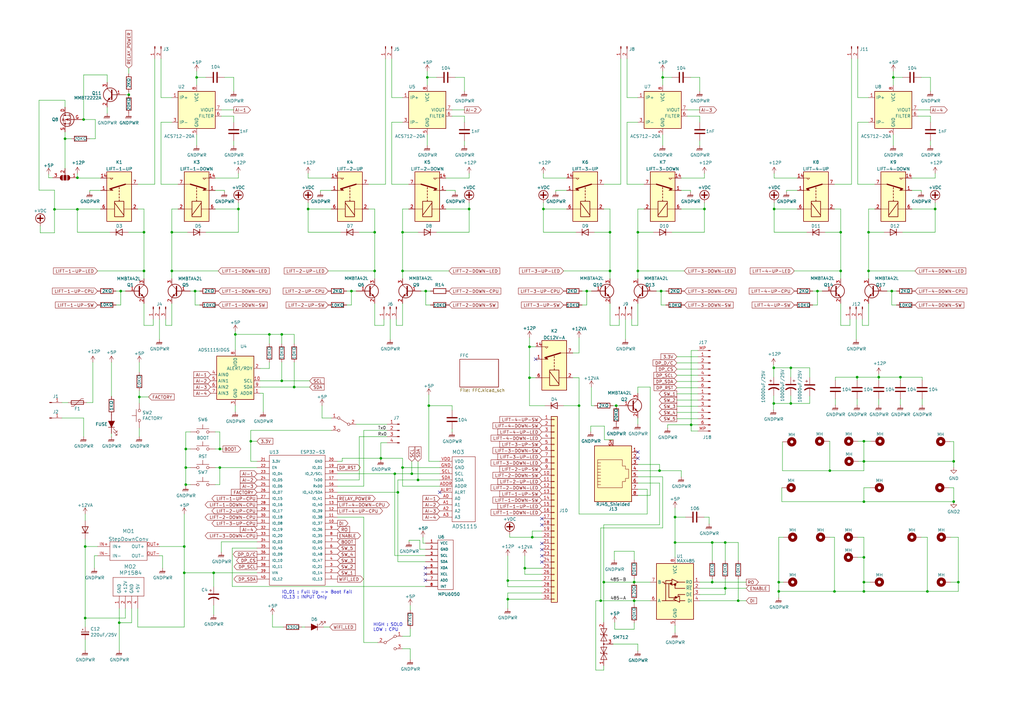
<source format=kicad_sch>
(kicad_sch (version 20231120) (generator "eeschema") (generator_version "8.0")
  (paper "A3")
  (title_block (title "CamTrol V5.0") (date "2021-12-15"))
  (junction (at 34.29 49.022))
  (junction (at 217.17 142.24))
  (junction (at 393.065 238.76))
  (junction (at 31.75 85.852))
  (junction (at 276.86 222.504))
  (junction (at 49.53 119.38))
  (junction (at 34.925 253.492))
  (junction (at 153.67 95.25))
  (junction (at 319.405 242.57))
  (junction (at 261.62 111.125))
  (junction (at 34.925 224.155))
  (junction (at 76.2 198.755))
  (junction (at 335.28 119.38))
  (junction (at 174.625 119.38))
  (junction (at 302.768 246.38))
  (junction (at 57.15 162.814))
  (junction (at 344.805 111.125))
  (junction (at 260.096 246.38))
  (junction (at 90.17 184.15))
  (junction (at 237.49 166.37))
  (junction (at 97.79 85.725))
  (junction (at 354.33 228.6))
  (junction (at 165.1 111.125))
  (junction (at 292.1 238.76))
  (junction (at 52.832 38.862))
  (junction (at 59.055 111.125))
  (junction (at 96.52 137.16))
  (junction (at 354.33 238.76))
  (junction (at 250.19 111.125))
  (junction (at 288.925 85.725))
  (junction (at 76.2 184.15))
  (junction (at 354.33 242.57))
  (junction (at 208.28 245.745))
  (junction (at 366.395 31.75))
  (junction (at 222.885 85.725))
  (junction (at 102.87 180.975))
  (junction (at 80.645 31.75))
  (junction (at 175.895 166.37))
  (junction (at 217.17 154.94))
  (junction (at 380.365 242.57))
  (junction (at 391.16 189.23))
  (junction (at 354.33 180.975))
  (junction (at 252.73 166.37))
  (junction (at 75.565 224.155))
  (junction (at 59.055 95.25))
  (junction (at 342.265 242.57))
  (junction (at 163.195 201.93))
  (junction (at 354.33 205.74))
  (junction (at 354.33 189.23))
  (junction (at 365.76 119.38))
  (junction (at 156.21 187.96))
  (junction (at 271.78 31.75))
  (junction (at 317.373 165.481))
  (junction (at 126.365 85.725))
  (junction (at 218.313 220.345))
  (junction (at 356.235 95.25))
  (junction (at 144.145 119.38))
  (junction (at 115.57 156.21))
  (junction (at 344.805 95.25))
  (junction (at 369.316 154.686))
  (junction (at 215.265 233.045))
  (junction (at 317.5 85.725))
  (junction (at 271.145 119.38))
  (junction (at 247.65 238.76))
  (junction (at 324.358 150.876))
  (junction (at 283.464 174.244))
  (junction (at 76.2 191.77))
  (junction (at 75.565 234.95))
  (junction (at 153.67 111.125))
  (junction (at 276.86 212.09))
  (junction (at 340.36 193.04))
  (junction (at 26.67 56.896))
  (junction (at 192.405 85.725))
  (junction (at 391.16 205.74))
  (junction (at 165.1 191.77))
  (junction (at 22.352 85.852))
  (junction (at 240.665 119.38))
  (junction (at 317.373 150.876))
  (junction (at 297.434 241.3))
  (junction (at 87.63 234.95))
  (junction (at 161.925 194.31))
  (junction (at 246.38 246.38))
  (junction (at 260.096 238.76))
  (junction (at 80.01 119.38))
  (junction (at 175.26 31.75))
  (junction (at 319.405 238.76))
  (junction (at 356.235 111.125))
  (junction (at 120.65 158.75))
  (junction (at 110.49 137.16))
  (junction (at 261.62 95.25))
  (junction (at 351.536 154.686))
  (junction (at 165.1 95.25))
  (junction (at 270.51 193.04))
  (junction (at 70.485 111.125))
  (junction (at 48.895 255.397))
  (junction (at 383.54 85.725))
  (junction (at 90.17 191.77))
  (junction (at 70.485 95.25))
  (junction (at 115.57 137.16))
  (junction (at 31.75 72.898))
  (junction (at 292.1 222.504))
  (junction (at 171.45 196.85))
  (junction (at 324.358 165.481))
  (junction (at 360.426 154.686))
  (junction (at 250.19 95.25))
  (junction (at 168.91 194.31))
  (junction (at 297.434 222.504))
  (junction (at 208.28 238.125))
  (no_connect (at 261.62 187.96))
  (no_connect (at 180.34 201.93))
  (no_connect (at 219.71 147.32))
  (no_connect (at 261.62 185.42))
  (no_connect (at 222.25 225.425))
  (no_connect (at 222.25 227.965))
  (no_connect (at 222.25 230.505))
  (no_connect (at 222.25 212.725))
  (no_connect (at 222.25 215.265))
  (no_connect (at 222.25 222.885))
  (no_connect (at 174.498 232.918))
  (no_connect (at 174.498 237.998))
  (no_connect (at 174.498 235.458))
  (wire (pts (xy 270.51 193.04) (xy 279.4 193.04)))
  (wire (pts (xy 288.925 85.725) (xy 288.925 95.25)))
  (wire (pts (xy 160.02 130.937) (xy 160.02 139.192)))
  (wire (pts (xy 56.515 75.565) (xy 63.5 75.565)))
  (wire (pts (xy 279.4 85.725) (xy 288.925 85.725)))
  (wire (pts (xy 168.275 248.285) (xy 168.275 250.19)))
  (wire (pts (xy 138.43 189.23) (xy 140.335 189.23)))
  (wire (pts (xy 281.94 45.085) (xy 287.02 45.085)))
  (wire (pts (xy 261.62 198.12) (xy 270.51 198.12)))
  (wire (pts (xy 34.925 253.492) (xy 34.925 257.175)))
  (wire (pts (xy 292.1 222.504) (xy 276.86 222.504)))
  (wire (pts (xy 48.895 255.397) (xy 48.895 266.7)))
  (wire (pts (xy 378.206 166.116) (xy 378.206 163.576)))
  (wire (pts (xy 160.655 40.005) (xy 165.1 40.005)))
  (wire (pts (xy 147.32 196.85) (xy 147.32 179.07)))
  (wire (pts (xy 217.17 166.37) (xy 223.52 166.37)))
  (wire (pts (xy 332.105 154.813) (xy 332.105 150.876)))
  (wire (pts (xy 244.348 274.828) (xy 244.348 246.38)))
  (wire (pts (xy 247.65 238.76) (xy 247.65 215.265)))
  (wire (pts (xy 76.2 198.755) (xy 78.105 198.755)))
  (wire (pts (xy 140.335 187.96) (xy 140.335 189.23)))
  (wire (pts (xy 354.33 220.345) (xy 354.33 228.6)))
  (wire (pts (xy 171.45 189.23) (xy 171.45 196.85)))
  (wire (pts (xy 138.43 196.85) (xy 147.32 196.85)))
  (wire (pts (xy 259.08 133.477) (xy 261.62 133.477)))
  (wire (pts (xy 286.258 143.764) (xy 283.464 143.764)))
  (wire (pts (xy 185.42 168.275) (xy 185.42 166.37)))
  (wire (pts (xy 319.405 242.57) (xy 319.405 245.11)))
  (wire (pts (xy 138.43 194.31) (xy 161.925 194.31)))
  (wire (pts (xy 90.17 198.755) (xy 90.17 191.77)))
  (wire (pts (xy 335.28 125.095) (xy 335.28 119.38)))
  (wire (pts (xy 325.755 111.125) (xy 344.805 111.125)))
  (wire (pts (xy 231.14 166.37) (xy 237.49 166.37)))
  (wire (pts (xy 163.195 196.85) (xy 171.45 196.85)))
  (wire (pts (xy 252.095 255.27) (xy 252.095 258.064)))
  (wire (pts (xy 70.485 111.125) (xy 70.485 114.3)))
  (wire (pts (xy 374.015 73.025) (xy 383.54 73.025)))
  (wire (pts (xy 271.78 31.75) (xy 271.78 34.925)))
  (wire (pts (xy 252.095 258.064) (xy 260.096 258.064)))
  (wire (pts (xy 342.265 220.345) (xy 342.265 242.57)))
  (wire (pts (xy 351.536 154.686) (xy 360.426 154.686)))
  (wire (pts (xy 185.42 166.37) (xy 175.895 166.37)))
  (wire (pts (xy 51.435 253.492) (xy 51.435 249.555)))
  (wire (pts (xy 391.16 181.102) (xy 389.636 181.102)))
  (wire (pts (xy 217.17 138.43) (xy 217.17 142.24)))
  (wire (pts (xy 135.89 78.105) (xy 131.445 78.105)))
  (wire (pts (xy 247.65 273.05) (xy 247.65 274.828)))
  (wire (pts (xy 351.79 40.005) (xy 356.235 40.005)))
  (wire (pts (xy 317.246 165.481) (xy 317.373 165.481)))
  (wire (pts (xy 81.915 119.38) (xy 80.01 119.38)))
  (wire (pts (xy 383.54 95.25) (xy 370.205 95.25)))
  (wire (pts (xy 26.67 43.942) (xy 26.67 41.148)))
  (wire (pts (xy 19.939 72.898) (xy 21.59 72.898)))
  (wire (pts (xy 366.395 31.75) (xy 370.205 31.75)))
  (wire (pts (xy 120.65 137.16) (xy 115.57 137.16)))
  (wire (pts (xy 292.1 237.49) (xy 292.1 238.76)))
  (wire (pts (xy 190.5 31.75) (xy 190.5 37.465)))
  (wire (pts (xy 393.065 242.57) (xy 380.365 242.57)))
  (wire (pts (xy 111.76 257.175) (xy 116.205 257.175)))
  (wire (pts (xy 247.65 274.828) (xy 244.348 274.828)))
  (wire (pts (xy 222.885 85.725) (xy 222.885 95.25)))
  (wire (pts (xy 95.885 57.785) (xy 95.885 59.69)))
  (wire (pts (xy 273.812 175.514) (xy 273.812 174.244)))
  (wire (pts (xy 348.615 130.937) (xy 348.615 133.477)))
  (wire (pts (xy 87.63 234.95) (xy 87.63 240.665)))
  (wire (pts (xy 324.358 165.481) (xy 324.358 162.306)))
  (wire (pts (xy 97.79 71.12) (xy 97.79 73.025)))
  (wire (pts (xy 59.055 85.725) (xy 56.515 85.725)))
  (wire (pts (xy 356.235 111.125) (xy 375.285 111.125)))
  (wire (pts (xy 271.78 216.535) (xy 271.78 195.58)))
  (wire (pts (xy 302.768 229.87) (xy 302.768 222.504)))
  (wire (pts (xy 168.91 194.31) (xy 180.34 194.31)))
  (wire (pts (xy 237.49 154.94) (xy 237.49 166.37)))
  (wire (pts (xy 115.57 137.16) (xy 110.49 137.16)))
  (wire (pts (xy 34.925 253.492) (xy 51.435 253.492)))
  (wire (pts (xy 96.52 137.16) (xy 96.52 143.51)))
  (wire (pts (xy 157.48 130.937) (xy 157.48 133.477)))
  (wire (pts (xy 237.49 210.82) (xy 237.49 166.37)))
  (wire (pts (xy 111.76 252.095) (xy 111.76 257.175)))
  (wire (pts (xy 115.57 148.59) (xy 115.57 156.21)))
  (wire (pts (xy 168.275 266.065) (xy 168.275 270.51)))
  (wire (pts (xy 317.246 150.876) (xy 317.373 150.876)))
  (wire (pts (xy 31.75 85.725) (xy 41.275 85.725)))
  (wire (pts (xy 80.645 31.75) (xy 80.645 34.925)))
  (wire (pts (xy 320.675 200.025) (xy 320.675 205.74)))
  (wire (pts (xy 25.4 165.1) (xy 27.94 165.1)))
  (wire (pts (xy 276.86 208.28) (xy 276.86 212.09)))
  (wire (pts (xy 16.51 95.504) (xy 16.51 92.71)))
  (wire (pts (xy 257.175 40.005) (xy 261.62 40.005)))
  (wire (pts (xy 369.316 154.686) (xy 378.206 154.686)))
  (wire (pts (xy 219.71 154.94) (xy 217.17 154.94)))
  (wire (pts (xy 52.705 95.25) (xy 59.055 95.25)))
  (wire (pts (xy 338.455 95.25) (xy 344.805 95.25)))
  (wire (pts (xy 167.767 221.615) (xy 172.212 221.615)))
  (wire (pts (xy 242.316 174.752) (xy 242.316 177.038)))
  (wire (pts (xy 66.04 50.165) (xy 66.04 75.565)))
  (wire (pts (xy 317.5 71.12) (xy 317.5 73.025)))
  (wire (pts (xy 175.26 29.21) (xy 175.26 31.75)))
  (wire (pts (xy 391.16 205.74) (xy 391.16 200.025)))
  (wire (pts (xy 174.625 125.095) (xy 174.625 119.38)))
  (wire (pts (xy 59.055 95.25) (xy 59.055 111.125)))
  (wire (pts (xy 165.1 95.25) (xy 165.1 85.725)))
  (wire (pts (xy 66.04 40.005) (xy 70.485 40.005)))
  (wire (pts (xy 271.145 125.095) (xy 271.145 119.38)))
  (wire (pts (xy 66.04 24.13) (xy 66.04 40.005)))
  (wire (pts (xy 356.235 50.165) (xy 351.79 50.165)))
  (wire (pts (xy 360.426 154.686) (xy 369.316 154.686)))
  (wire (pts (xy 367.665 125.095) (xy 365.76 125.095)))
  (wire (pts (xy 344.805 95.25) (xy 344.805 111.125)))
  (wire (pts (xy 168.91 189.23) (xy 168.91 194.31)))
  (wire (pts (xy 70.485 95.25) (xy 70.485 111.125)))
  (wire (pts (xy 317.246 165.481) (xy 317.246 168.021)))
  (wire (pts (xy 270.51 190.5) (xy 270.51 193.04)))
  (wire (pts (xy 115.57 137.16) (xy 115.57 140.97)))
  (wire (pts (xy 342.646 155.956) (xy 342.646 154.686)))
  (wire (pts (xy 97.79 95.25) (xy 84.455 95.25)))
  (wire (pts (xy 260.096 238.76) (xy 247.65 238.76)))
  (wire (pts (xy 70.485 124.46) (xy 70.485 133.477)))
  (wire (pts (xy 70.485 111.125) (xy 89.535 111.125)))
  (wire (pts (xy 105.41 189.23) (xy 102.87 189.23)))
  (wire (pts (xy 34.29 30.734) (xy 34.29 49.022)))
  (wire (pts (xy 182.88 78.105) (xy 186.69 78.105)))
  (wire (pts (xy 317.5 95.25) (xy 330.835 95.25)))
  (wire (pts (xy 176.53 119.38) (xy 174.625 119.38)))
  (wire (pts (xy 322.58 78.105) (xy 322.58 78.74)))
  (wire (pts (xy 351.536 155.956) (xy 351.536 154.686)))
  (wire (pts (xy 302.768 246.38) (xy 306.07 246.38)))
  (wire (pts (xy 354.33 180.975) (xy 357.124 180.975)))
  (wire (pts (xy 356.235 124.46) (xy 356.235 133.477)))
  (wire (pts (xy 348.615 133.477) (xy 344.805 133.477)))
  (wire (pts (xy 232.41 78.105) (xy 227.965 78.105)))
  (wire (pts (xy 186.69 31.75) (xy 190.5 31.75)))
  (wire (pts (xy 260.096 238.76) (xy 266.7 238.76)))
  (wire (pts (xy 260.096 237.236) (xy 260.096 238.76)))
  (wire (pts (xy 283.21 31.75) (xy 287.02 31.75)))
  (wire (pts (xy 215.265 233.045) (xy 215.265 235.585)))
  (wire (pts (xy 31.75 85.852) (xy 31.75 95.25)))
  (wire (pts (xy 271.78 31.75) (xy 275.59 31.75)))
  (wire (pts (xy 48.895 249.555) (xy 48.895 255.397)))
  (wire (pts (xy 254 133.477) (xy 250.19 133.477)))
  (wire (pts (xy 374.015 85.725) (xy 383.54 85.725)))
  (wire (pts (xy 67.945 130.937) (xy 67.945 133.477)))
  (wire (pts (xy 157.48 133.477) (xy 153.67 133.477)))
  (wire (pts (xy 173.482 220.345) (xy 173.482 222.758)))
  (wire (pts (xy 217.17 154.94) (xy 217.17 166.37)))
  (wire (pts (xy 297.434 241.3) (xy 306.07 241.3)))
  (wire (pts (xy 354.33 242.57) (xy 342.265 242.57)))
  (wire (pts (xy 257.175 24.13) (xy 257.175 40.005)))
  (wire (pts (xy 376.555 45.085) (xy 381.635 45.085)))
  (wire (pts (xy 237.49 154.94) (xy 234.95 154.94)))
  (wire (pts (xy 247.65 215.265) (xy 270.51 215.265)))
  (wire (pts (xy 153.67 124.46) (xy 153.67 133.477)))
  (wire (pts (xy 351.917 180.975) (xy 354.33 180.975)))
  (wire (pts (xy 324.358 150.876) (xy 324.358 154.686)))
  (wire (pts (xy 261.62 171.45) (xy 261.62 173.99)))
  (wire (pts (xy 115.57 156.21) (xy 106.68 156.21)))
  (wire (pts (xy 185.42 45.085) (xy 190.5 45.085)))
  (wire (pts (xy 38.1 148.59) (xy 38.1 165.1)))
  (wire (pts (xy 277.622 161.544) (xy 286.258 161.544)))
  (wire (pts (xy 63.5 75.565) (xy 63.5 24.13)))
  (wire (pts (xy 351.79 228.6) (xy 354.33 228.6)))
  (wire (pts (xy 271.78 29.21) (xy 271.78 31.75)))
  (wire (pts (xy 96.52 135.89) (xy 96.52 137.16)))
  (wire (pts (xy 126.365 95.25) (xy 139.7 95.25)))
  (wire (pts (xy 174.498 227.838) (xy 161.925 227.838)))
  (wire (pts (xy 246.38 246.38) (xy 246.38 216.535)))
  (wire (pts (xy 208.28 243.205) (xy 208.28 245.745)))
  (wire (pts (xy 161.925 194.31) (xy 161.925 227.838)))
  (wire (pts (xy 167.767 222.25) (xy 167.767 221.615)))
  (wire (pts (xy 273.05 119.38) (xy 271.145 119.38)))
  (wire (pts (xy 190.5 57.785) (xy 190.5 59.69)))
  (wire (pts (xy 222.25 217.805) (xy 218.313 217.805)))
  (wire (pts (xy 165.1 111.125) (xy 184.15 111.125)))
  (wire (pts (xy 265.43 210.82) (xy 237.49 210.82)))
  (wire (pts (xy 25.4 171.45) (xy 34.29 171.45)))
  (wire (pts (xy 222.885 95.25) (xy 236.22 95.25)))
  (wire (pts (xy 351.79 220.345) (xy 354.33 220.345)))
  (wire (pts (xy 319.405 238.76) (xy 319.405 242.57)))
  (wire (pts (xy 87.63 234.95) (xy 105.41 234.95)))
  (wire (pts (xy 172.212 221.615) (xy 172.212 225.298)))
  (wire (pts (xy 138.43 201.93) (xy 163.195 201.93)))
  (wire (pts (xy 160.655 50.165) (xy 160.655 75.565)))
  (wire (pts (xy 65.405 130.937) (xy 65.405 139.192)))
  (wire (pts (xy 95.885 50.165) (xy 95.885 47.625)))
  (wire (pts (xy 171.45 196.85) (xy 180.34 196.85)))
  (wire (pts (xy 39.116 56.896) (xy 39.116 49.022)))
  (wire (pts (xy 88.265 85.725) (xy 97.79 85.725)))
  (wire (pts (xy 283.21 78.105) (xy 283.21 78.74)))
  (wire (pts (xy 51.562 38.862) (xy 52.832 38.862)))
  (wire (pts (xy 277.622 166.624) (xy 286.258 166.624)))
  (wire (pts (xy 217.17 142.24) (xy 219.71 142.24)))
  (wire (pts (xy 41.275 78.105) (xy 36.83 78.105)))
  (wire (pts (xy 174.625 119.38) (xy 172.72 119.38)))
  (wire (pts (xy 208.28 238.125) (xy 208.28 227.965)))
  (wire (pts (xy 240.665 125.095) (xy 240.665 119.38)))
  (wire (pts (xy 65.405 224.155) (xy 75.565 224.155)))
  (wire (pts (xy 276.86 259.588) (xy 276.86 256.54)))
  (wire (pts (xy 276.86 212.09) (xy 276.86 222.504)))
  (wire (pts (xy 353.695 130.937) (xy 353.695 133.477)))
  (wire (pts (xy 356.235 95.25) (xy 356.235 85.725)))
  (wire (pts (xy 381.635 57.785) (xy 381.635 59.69)))
  (wire (pts (xy 389.89 238.76) (xy 393.065 238.76)))
  (wire (pts (xy 26.67 41.148) (xy 16.002 41.148)))
  (wire (pts (xy 102.87 180.975) (xy 102.87 176.53)))
  (wire (pts (xy 144.145 125.095) (xy 144.145 119.38)))
  (wire (pts (xy 16.002 77.978) (xy 22.352 77.978)))
  (wire (pts (xy 26.67 56.896) (xy 29.21 56.896)))
  (wire (pts (xy 158.115 75.565) (xy 158.115 24.13)))
  (wire (pts (xy 254 166.37) (xy 252.73 166.37)))
  (wire (pts (xy 242.57 166.37) (xy 243.84 166.37)))
  (wire (pts (xy 261.62 124.46) (xy 261.62 133.477)))
  (wire (pts (xy 67.945 133.477) (xy 70.485 133.477)))
  (wire (pts (xy 165.1 187.96) (xy 165.1 191.77)))
  (wire (pts (xy 288.925 95.25) (xy 275.59 95.25)))
  (wire (pts (xy 110.49 151.13) (xy 106.68 151.13)))
  (wire (pts (xy 222.885 71.12) (xy 222.885 73.025)))
  (wire (pts (xy 250.19 111.125) (xy 250.19 114.3)))
  (wire (pts (xy 165.1 50.165) (xy 160.655 50.165)))
  (wire (pts (xy 75.565 224.155) (xy 75.565 210.82)))
  (wire (pts (xy 381.635 47.625) (xy 376.555 47.625)))
  (wire (pts (xy 70.485 95.25) (xy 76.835 95.25)))
  (wire (pts (xy 160.655 24.13) (xy 160.655 40.005)))
  (wire (pts (xy 277.622 146.304) (xy 286.258 146.304)))
  (wire (pts (xy 297.434 222.504) (xy 292.1 222.504)))
  (wire (pts (xy 90.805 45.085) (xy 95.885 45.085)))
  (wire (pts (xy 156.21 187.96) (xy 156.21 188.595)))
  (wire (pts (xy 78.105 184.15) (xy 76.2 184.15)))
  (wire (pts (xy 297.434 222.504) (xy 297.434 229.87)))
  (wire (pts (xy 107.95 161.29) (xy 106.68 161.29)))
  (wire (pts (xy 351.79 24.13) (xy 351.79 40.005)))
  (wire (pts (xy 279.4 73.025) (xy 288.925 73.025)))
  (wire (pts (xy 302.768 246.38) (xy 287.02 246.38)))
  (wire (pts (xy 260.096 258.064) (xy 260.096 255.524)))
  (wire (pts (xy 185.42 175.895) (xy 185.42 177.165)))
  (wire (pts (xy 49.53 119.38) (xy 51.435 119.38)))
  (wire (pts (xy 290.83 214.884) (xy 290.83 212.09)))
  (wire (pts (xy 127 158.75) (xy 120.65 158.75)))
  (wire (pts (xy 59.055 111.125) (xy 59.055 114.3)))
  (wire (pts (xy 53.975 249.555) (xy 53.975 255.397)))
  (wire (pts (xy 52.832 37.846) (xy 52.832 38.862)))
  (wire (pts (xy 342.646 166.116) (xy 342.646 163.576)))
  (wire (pts (xy 237.49 138.43) (xy 237.49 144.78)))
  (wire (pts (xy 95.25 224.79) (xy 105.41 224.79)))
  (wire (pts (xy 344.805 95.25) (xy 344.805 85.725)))
  (wire (pts (xy 381.635 50.165) (xy 381.635 47.625)))
  (wire (pts (xy 16.002 41.148) (xy 16.002 77.978)))
  (wire (pts (xy 292.1 222.504) (xy 292.1 229.87)))
  (wire (pts (xy 266.7 203.2) (xy 266.7 158.75)))
  (wire (pts (xy 369.316 155.956) (xy 369.316 154.686)))
  (wire (pts (xy 261.62 111.125) (xy 261.62 114.3)))
  (wire (pts (xy 34.925 210.82) (xy 34.925 213.487)))
  (wire (pts (xy 360.426 153.416) (xy 360.426 154.686)))
  (wire (pts (xy 90.805 222.25) (xy 105.41 222.25)))
  (wire (pts (xy 218.313 220.345) (xy 209.042 220.345)))
  (wire (pts (xy 260.096 246.38) (xy 260.096 247.904)))
  (wire (pts (xy 222.885 73.025) (xy 232.41 73.025)))
  (wire (pts (xy 92.075 78.105) (xy 92.075 78.74)))
  (wire (pts (xy 240.665 119.38) (xy 242.57 119.38)))
  (wire (pts (xy 317.5 85.725) (xy 327.025 85.725)))
  (wire (pts (xy 261.62 195.58) (xy 271.78 195.58)))
  (wire (pts (xy 324.358 165.481) (xy 332.105 165.481)))
  (wire (pts (xy 344.805 111.125) (xy 344.805 114.3)))
  (wire (pts (xy 277.622 156.464) (xy 286.258 156.464)))
  (wire (pts (xy 163.195 230.378) (xy 174.498 230.378)))
  (wire (pts (xy 142.24 125.095) (xy 144.145 125.095)))
  (wire (pts (xy 149.225 176.53) (xy 149.225 199.39)))
  (wire (pts (xy 43.942 43.942) (xy 43.942 46.482)))
  (wire (pts (xy 70.485 50.165) (xy 66.04 50.165)))
  (wire (pts (xy 261.62 50.165) (xy 257.175 50.165)))
  (wire (pts (xy 340.36 220.345) (xy 342.265 220.345)))
  (wire (pts (xy 222.25 233.045) (xy 215.265 233.045)))
  (wire (pts (xy 366.395 29.21) (xy 366.395 31.75)))
  (wire (pts (xy 88.265 198.755) (xy 90.17 198.755)))
  (wire (pts (xy 266.7 158.75) (xy 261.62 158.75)))
  (wire (pts (xy 59.055 124.46) (xy 59.055 133.477)))
  (wire (pts (xy 377.825 31.75) (xy 381.635 31.75)))
  (wire (pts (xy 92.075 31.75) (xy 95.885 31.75)))
  (wire (pts (xy 365.76 125.095) (xy 365.76 119.38)))
  (wire (pts (xy 292.1 238.76) (xy 287.02 238.76)))
  (wire (pts (xy 342.265 242.57) (xy 319.405 242.57)))
  (wire (pts (xy 76.2 198.755) (xy 76.2 199.39)))
  (wire (pts (xy 75.565 224.155) (xy 75.565 234.95)))
  (wire (pts (xy 358.775 75.565) (xy 351.79 75.565)))
  (wire (pts (xy 165.1 191.77) (xy 180.34 191.77)))
  (wire (pts (xy 163.195 201.93) (xy 163.195 196.85)))
  (wire (pts (xy 165.1 199.39) (xy 165.1 191.77)))
  (wire (pts (xy 90.17 184.15) (xy 91.44 184.15)))
  (wire (pts (xy 158.75 181.61) (xy 156.21 181.61)))
  (wire (pts (xy 22.352 95.504) (xy 16.51 95.504)))
  (wire (pts (xy 251.46 264.16) (xy 261.62 264.16)))
  (wire (pts (xy 209.042 220.345) (xy 209.042 219.202)))
  (wire (pts (xy 26.67 54.102) (xy 26.67 56.896)))
  (wire (pts (xy 383.54 83.185) (xy 383.54 85.725)))
  (wire (pts (xy 288.925 83.185) (xy 288.925 85.725)))
  (wire (pts (xy 39.116 56.896) (xy 36.83 56.896)))
  (wire (pts (xy 333.375 119.38) (xy 335.28 119.38)))
  (wire (pts (xy 138.43 212.09) (xy 149.225 212.09)))
  (wire (pts (xy 126.365 85.725) (xy 126.365 95.25)))
  (wire (pts (xy 88.265 184.15) (xy 90.17 184.15)))
  (wire (pts (xy 393.065 220.345) (xy 393.065 238.76)))
  (wire (pts (xy 131.445 78.105) (xy 131.445 78.74)))
  (wire (pts (xy 222.25 243.205) (xy 208.28 243.205)))
  (wire (pts (xy 320.929 193.04) (xy 340.36 193.04)))
  (wire (pts (xy 317.373 150.876) (xy 324.358 150.876)))
  (wire (pts (xy 283.464 143.764) (xy 283.464 174.244)))
  (wire (pts (xy 192.405 83.185) (xy 192.405 85.725)))
  (wire (pts (xy 273.05 125.095) (xy 271.145 125.095)))
  (wire (pts (xy 317.373 162.306) (xy 317.373 165.481)))
  (wire (pts (xy 175.895 161.925) (xy 175.895 166.37)))
  (wire (pts (xy 59.055 133.477) (xy 62.865 133.477)))
  (wire (pts (xy 302.768 237.49) (xy 302.768 246.38)))
  (wire (pts (xy 192.405 71.12) (xy 192.405 73.025)))
  (wire (pts (xy 80.645 31.75) (xy 84.455 31.75)))
  (wire (pts (xy 261.62 95.25) (xy 267.97 95.25)))
  (wire (pts (xy 182.88 73.025) (xy 192.405 73.025)))
  (wire (pts (xy 340.36 193.04) (xy 354.33 193.04)))
  (wire (pts (xy 332.105 165.481) (xy 332.105 162.433)))
  (wire (pts (xy 39.116 49.022) (xy 34.29 49.022)))
  (wire (pts (xy 354.33 205.74) (xy 391.16 205.74)))
  (wire (pts (xy 360.426 154.686) (xy 360.426 155.956)))
  (wire (pts (xy 292.1 238.76) (xy 306.07 238.76)))
  (wire (pts (xy 297.434 241.3) (xy 297.434 243.84)))
  (wire (pts (xy 297.434 241.3) (xy 297.434 237.49)))
  (wire (pts (xy 167.64 75.565) (xy 160.655 75.565)))
  (wire (pts (xy 389.89 220.345) (xy 393.065 220.345)))
  (wire (pts (xy 391.16 181.102) (xy 391.16 189.23)))
  (wire (pts (xy 237.49 144.78) (xy 234.95 144.78)))
  (wire (pts (xy 95.885 31.75) (xy 95.885 37.465)))
  (wire (pts (xy 80.645 55.245) (xy 80.645 59.69)))
  (wire (pts (xy 192.405 85.725) (xy 192.405 95.25)))
  (wire (pts (xy 66.675 233.045) (xy 66.675 227.965)))
  (wire (pts (xy 49.53 125.095) (xy 49.53 119.38)))
  (wire (pts (xy 356.87 200.025) (xy 354.33 200.025)))
  (wire (pts (xy 22.352 85.852) (xy 22.352 95.504)))
  (wire (pts (xy 56.515 257.175) (xy 75.565 257.175)))
  (wire (pts (xy 351.79 50.165) (xy 351.79 75.565)))
  (wire (pts (xy 151.13 75.565) (xy 158.115 75.565)))
  (wire (pts (xy 40.005 111.125) (xy 59.055 111.125)))
  (wire (pts (xy 60.96 162.814) (xy 57.15 162.814)))
  (wire (pts (xy 134.62 111.125) (xy 153.67 111.125)))
  (wire (pts (xy 165.1 260.985) (xy 168.275 260.985)))
  (wire (pts (xy 70.485 95.25) (xy 70.485 85.725)))
  (wire (pts (xy 277.622 171.704) (xy 286.258 171.704)))
  (wire (pts (xy 320.675 205.74) (xy 354.33 205.74)))
  (wire (pts (xy 153.67 95.25) (xy 153.67 111.125)))
  (wire (pts (xy 175.895 166.37) (xy 175.895 189.23)))
  (wire (pts (xy 283.464 174.244) (xy 286.258 174.244)))
  (wire (pts (xy 271.145 119.38) (xy 269.24 119.38)))
  (wire (pts (xy 140.335 187.96) (xy 156.21 187.96)))
  (wire (pts (xy 222.25 238.125) (xy 208.28 238.125)))
  (wire (pts (xy 88.265 78.105) (xy 92.075 78.105)))
  (wire (pts (xy 34.925 221.107) (xy 34.925 224.155)))
  (wire (pts (xy 110.49 148.59) (xy 110.49 151.13)))
  (wire (pts (xy 246.38 216.535) (xy 271.78 216.535)))
  (wire (pts (xy 215.265 227.965) (xy 215.265 233.045)))
  (wire (pts (xy 47.625 125.095) (xy 49.53 125.095)))
  (wire (pts (xy 251.46 180.34) (xy 247.904 180.34)))
  (wire (pts (xy 351.536 163.576) (xy 351.536 166.116)))
  (wire (pts (xy 342.646 154.686) (xy 351.536 154.686)))
  (wire (pts (xy 276.86 222.504) (xy 276.86 228.6)))
  (wire (pts (xy 302.768 222.504) (xy 297.434 222.504)))
  (wire (pts (xy 261.62 193.04) (xy 270.51 193.04)))
  (wire (pts (xy 317.373 165.481) (xy 324.358 165.481)))
  (wire (pts (xy 45.72 179.07) (xy 45.72 177.8)))
  (wire (pts (xy 377.825 78.105) (xy 377.825 78.74)))
  (wire (pts (xy 247.65 238.76) (xy 247.65 255.27)))
  (wire (pts (xy 257.175 50.165) (xy 257.175 75.565)))
  (wire (pts (xy 319.405 238.76) (xy 321.31 238.76)))
  (wire (pts (xy 127 156.21) (xy 115.57 156.21)))
  (wire (pts (xy 43.942 30.734) (xy 43.942 33.782)))
  (wire (pts (xy 142.24 119.38) (xy 144.145 119.38)))
  (wire (pts (xy 354.33 189.23) (xy 354.33 180.975)))
  (wire (pts (xy 26.67 56.896) (xy 26.67 69.088)))
  (wire (pts (xy 34.29 171.45) (xy 34.29 179.07)))
  (wire (pts (xy 242.316 174.752) (xy 247.904 174.752)))
  (wire (pts (xy 59.055 95.25) (xy 59.055 85.725)))
  (wire (pts (xy 34.29 30.734) (xy 43.942 30.734)))
  (wire (pts (xy 97.79 85.725) (xy 97.79 95.25)))
  (wire (pts (xy 351.155 130.937) (xy 351.155 139.192)))
  (wire (pts (xy 287.02 50.165) (xy 287.02 47.625)))
  (wire (pts (xy 290.83 212.09) (xy 288.798 212.09)))
  (wire (pts (xy 53.975 255.397) (xy 48.895 255.397)))
  (wire (pts (xy 380.365 220.345) (xy 380.365 242.57)))
  (wire (pts (xy 75.565 234.95) (xy 87.63 234.95)))
  (wire (pts (xy 35.56 165.1) (xy 38.1 165.1)))
  (wire (pts (xy 227.965 78.105) (xy 227.965 78.74)))
  (wire (pts (xy 277.622 169.164) (xy 286.258 169.164)))
  (wire (pts (xy 344.805 124.46) (xy 344.805 133.477)))
  (wire (pts (xy 120.65 158.75) (xy 106.68 158.75)))
  (wire (pts (xy 366.395 55.245) (xy 366.395 59.69)))
  (wire (pts (xy 244.348 246.38) (xy 246.38 246.38)))
  (wire (pts (xy 153.67 95.25) (xy 153.67 85.725)))
  (wire (pts (xy 222.25 245.745) (xy 208.28 245.745)))
  (wire (pts (xy 393.065 238.76) (xy 393.065 242.57)))
  (wire (pts (xy 391.16 200.025) (xy 389.255 200.025)))
  (wire (pts (xy 156.21 181.61) (xy 156.21 187.96)))
  (wire (pts (xy 218.313 217.805) (xy 218.313 220.345)))
  (wire (pts (xy 250.19 95.25) (xy 250.19 111.125)))
  (wire (pts (xy 138.43 199.39) (xy 149.225 199.39)))
  (wire (pts (xy 162.56 130.937) (xy 162.56 133.477)))
  (wire (pts (xy 186.69 78.105) (xy 186.69 78.74)))
  (wire (pts (xy 377.825 220.345) (xy 380.365 220.345)))
  (wire (pts (xy 125.095 257.175) (xy 123.825 257.175)))
  (wire (pts (xy 158.75 173.99) (xy 146.05 173.99)))
  (wire (pts (xy 260.096 226.06) (xy 260.096 229.616)))
  (wire (pts (xy 277.622 151.384) (xy 286.258 151.384)))
  (wire (pts (xy 135.255 257.175) (xy 132.715 257.175)))
  (wire (pts (xy 165.1 95.25) (xy 171.45 95.25)))
  (wire (pts (xy 317.5 83.185) (xy 317.5 85.725)))
  (wire (pts (xy 97.79 83.185) (xy 97.79 85.725)))
  (wire (pts (xy 251.46 166.37) (xy 252.73 166.37)))
  (wire (pts (xy 88.265 177.165) (xy 90.17 177.165)))
  (wire (pts (xy 349.25 75.565) (xy 349.25 24.13)))
  (wire (pts (xy 317.373 154.686) (xy 317.373 150.876)))
  (wire (pts (xy 354.33 189.23) (xy 391.16 189.23)))
  (wire (pts (xy 182.88 85.725) (xy 192.405 85.725)))
  (wire (pts (xy 162.56 133.477) (xy 165.1 133.477)))
  (wire (pts (xy 261.62 95.25) (xy 261.62 85.725)))
  (wire (pts (xy 126.365 83.185) (xy 126.365 85.725)))
  (wire (pts (xy 173.482 222.758) (xy 174.498 222.758)))
  (wire (pts (xy 102.87 189.23) (xy 102.87 180.975)))
  (wire (pts (xy 31.75 95.25) (xy 45.085 95.25)))
  (wire (pts (xy 66.675 227.965) (xy 65.405 227.965)))
  (wire (pts (xy 256.54 130.937) (xy 256.54 139.192)))
  (wire (pts (xy 250.19 95.25) (xy 250.19 85.725)))
  (wire (pts (xy 261.62 203.2) (xy 266.7 203.2)))
  (wire (pts (xy 261.62 111.125) (xy 280.67 111.125)))
  (wire (pts (xy 75.565 257.175) (xy 75.565 234.95)))
  (wire (pts (xy 151.13 85.725) (xy 153.67 85.725)))
  (wire (pts (xy 222.25 220.345) (xy 218.313 220.345)))
  (wire (pts (xy 222.885 83.185) (xy 222.885 85.725)))
  (wire (pts (xy 319.405 220.345) (xy 321.31 220.345)))
  (wire (pts (xy 95.25 240.538) (xy 95.25 224.79)))
  (wire (pts (xy 57.15 175.514) (xy 57.15 179.07)))
  (wire (pts (xy 147.32 95.25) (xy 153.67 95.25)))
  (wire (pts (xy 270.51 215.265) (xy 270.51 198.12)))
  (wire (pts (xy 281.178 212.09) (xy 276.86 212.09)))
  (wire (pts (xy 369.316 163.576) (xy 369.316 166.116)))
  (wire (pts (xy 287.02 31.75) (xy 287.02 37.465)))
  (wire (pts (xy 62.865 130.937) (xy 62.865 133.477)))
  (wire (pts (xy 175.895 189.23) (xy 180.34 189.23)))
  (wire (pts (xy 175.26 55.245) (xy 175.26 59.69)))
  (wire (pts (xy 264.16 75.565) (xy 257.175 75.565)))
  (wire (pts (xy 283.464 176.784) (xy 283.464 174.244)))
  (wire (pts (xy 57.15 160.274) (xy 57.15 162.814)))
  (wire (pts (xy 161.925 194.31) (xy 168.91 194.31)))
  (wire (pts (xy 356.235 85.725) (xy 358.775 85.725)))
  (wire (pts (xy 90.17 191.77) (xy 105.41 191.77)))
  (wire (pts (xy 90.17 177.165) (xy 90.17 184.15)))
  (wire (pts (xy 22.352 85.852) (xy 31.75 85.852)))
  (wire (pts (xy 174.498 240.538) (xy 95.25 240.538)))
  (wire (pts (xy 354.33 200.025) (xy 354.33 205.74)))
  (wire (pts (xy 247.65 85.725) (xy 250.19 85.725)))
  (wire (pts (xy 45.72 148.59) (xy 45.72 162.56)))
  (wire (pts (xy 277.622 164.084) (xy 286.258 164.084)))
  (wire (pts (xy 57.15 162.814) (xy 57.15 165.354)))
  (wire (pts (xy 31.75 71.12) (xy 31.75 72.898)))
  (wire (pts (xy 132.08 166.37) (xy 132.08 171.45)))
  (wire (pts (xy 208.28 240.665) (xy 208.28 238.125)))
  (wire (pts (xy 87.63 248.285) (xy 87.63 252.095)))
  (wire (pts (xy 260.096 246.38) (xy 246.38 246.38)))
  (wire (pts (xy 165.1 85.725) (xy 167.64 85.725)))
  (wire (pts (xy 367.665 119.38) (xy 365.76 119.38)))
  (wire (pts (xy 271.78 55.245) (xy 271.78 59.69)))
  (wire (pts (xy 107.95 161.29) (xy 107.95 168.91)))
  (wire (pts (xy 365.76 119.38) (xy 363.855 119.38)))
  (wire (pts (xy 76.2 191.77) (xy 78.105 191.77)))
  (wire (pts (xy 261.62 190.5) (xy 270.51 190.5)))
  (wire (pts (xy 126.365 85.725) (xy 135.89 85.725)))
  (wire (pts (xy 383.54 71.12) (xy 383.54 73.025)))
  (wire (pts (xy 356.235 95.25) (xy 362.585 95.25)))
  (wire (pts (xy 391.16 191.643) (xy 391.16 189.23)))
  (wire (pts (xy 38.735 233.045) (xy 38.735 227.965)))
  (wire (pts (xy 383.54 85.725) (xy 383.54 95.25)))
  (wire (pts (xy 277.622 153.924) (xy 286.258 153.924)))
  (wire (pts (xy 34.925 224.155) (xy 40.005 224.155)))
  (wire (pts (xy 231.14 111.125) (xy 250.19 111.125)))
  (wire (pts (xy 273.812 174.244) (xy 283.464 174.244)))
  (wire (pts (xy 242.57 158.75) (xy 242.57 166.37)))
  (wire (pts (xy 288.925 71.12) (xy 288.925 73.025)))
  (wire (pts (xy 261.62 95.25) (xy 261.62 111.125)))
  (wire (pts (xy 277.622 159.004) (xy 286.258 159.004)))
  (wire (pts (xy 88.265 191.77) (xy 90.17 191.77)))
  (wire (pts (xy 176.53 125.095) (xy 174.625 125.095)))
  (wire (pts (xy 261.62 264.16) (xy 261.62 266.954)))
  (wire (pts (xy 222.25 235.585) (xy 215.265 235.585)))
  (wire (pts (xy 287.02 57.785) (xy 287.02 59.69)))
  (wire (pts (xy 165.1 199.39) (xy 180.34 199.39)))
  (wire (pts (xy 354.33 238.76) (xy 354.33 242.57)))
  (wire (pts (xy 36.83 78.105) (xy 36.83 78.74)))
  (wire (pts (xy 222.885 85.725) (xy 232.41 85.725)))
  (wire (pts (xy 333.375 125.095) (xy 335.28 125.095)))
  (wire (pts (xy 175.26 31.75) (xy 179.07 31.75)))
  (wire (pts (xy 238.76 125.095) (xy 240.665 125.095)))
  (wire (pts (xy 352.044 189.23) (xy 354.33 189.23)))
  (wire (pts (xy 163.195 201.93) (xy 163.195 230.378)))
  (wire (pts (xy 31.75 85.725) (xy 31.75 85.852)))
  (wire (pts (xy 81.915 125.095) (xy 80.01 125.095)))
  (wire (pts (xy 126.365 73.025) (xy 135.89 73.025)))
  (wire (pts (xy 172.212 225.298) (xy 174.498 225.298)))
  (wire (pts (xy 320.929 181.229) (xy 320.929 193.04)))
  (wire (pts (xy 19.939 71.501) (xy 19.939 72.898)))
  (wire (pts (xy 251.968 229.616) (xy 251.968 226.06)))
  (wire (pts (xy 208.28 245.745) (xy 208.28 249.555)))
  (wire (pts (xy 110.49 137.16) (xy 96.52 137.16)))
  (wire (pts (xy 381.635 31.75) (xy 381.635 37.465)))
  (wire (pts (xy 374.015 78.105) (xy 377.825 78.105)))
  (wire (pts (xy 57.15 148.59) (xy 57.15 152.654)))
  (wire (pts (xy 76.2 191.77) (xy 76.2 184.15)))
  (wire (pts (xy 286.258 176.784) (xy 283.464 176.784)))
  (wire (pts (xy 317.5 73.025) (xy 327.025 73.025)))
  (wire (pts (xy 80.01 125.095) (xy 80.01 119.38)))
  (wire (pts (xy 319.405 238.76) (xy 319.405 220.345)))
  (wire (pts (xy 175.26 31.75) (xy 175.26 34.925)))
  (wire (pts (xy 247.904 180.34) (xy 247.904 174.752)))
  (wire (pts (xy 34.925 224.155) (xy 34.925 253.492)))
  (wire (pts (xy 149.225 263.525) (xy 154.94 263.525)))
  (wire (pts (xy 165.1 111.125) (xy 165.1 114.3)))
  (wire (pts (xy 217.17 142.24) (xy 217.17 154.94)))
  (wire (pts (xy 247.65 75.565) (xy 254.635 75.565)))
  (wire (pts (xy 102.87 176.53) (xy 135.89 176.53)))
  (wire (pts (xy 260.096 246.38) (xy 266.7 246.38)))
  (wire (pts (xy 76.2 177.165) (xy 76.2 184.15)))
  (wire (pts (xy 80.645 29.21) (xy 80.645 31.75)))
  (wire (pts (xy 360.426 166.116) (xy 360.426 163.576)))
  (wire (pts (xy 342.265 85.725) (xy 344.805 85.725)))
  (wire (pts (xy 327.025 78.105) (xy 322.58 78.105)))
  (wire (pts (xy 73.025 75.565) (xy 66.04 75.565)))
  (wire (pts (xy 279.4 193.04) (xy 279.4 195.58)))
  (wire (pts (xy 192.405 95.25) (xy 179.07 95.25)))
  (wire (pts (xy 254 130.937) (xy 254 133.477)))
  (wire (pts (xy 76.2 191.77) (xy 76.2 198.755)))
  (wire (pts (xy 88.265 73.025) (xy 97.79 73.025)))
  (wire (pts (xy 110.49 137.16) (xy 110.49 140.97)))
  (wire (pts (xy 342.265 75.565) (xy 349.25 75.565)))
  (wire (pts (xy 190.5 50.165) (xy 190.5 47.625)))
  (wire (pts (xy 277.622 148.844) (xy 286.258 148.844)))
  (wire (pts (xy 354.33 228.6) (xy 354.33 238.76)))
  (wire (pts (xy 340.36 180.975) (xy 340.36 193.04)))
  (wire (pts (xy 378.206 154.686) (xy 378.206 155.956)))
  (wire (pts (xy 31.75 72.898) (xy 31.75 73.025)))
  (wire (pts (xy 132.08 171.45) (xy 135.89 171.45)))
  (wire (pts (xy 317.246 149.606) (xy 317.246 150.876)))
  (wire (pts (xy 165.1 266.065) (xy 168.275 266.065)))
  (wire (pts (xy 165.1 124.46) (xy 165.1 133.477)))
  (wire (pts (xy 144.145 119.38) (xy 146.05 119.38)))
  (wire (pts (xy 354.33 238.76) (xy 356.87 238.76)))
  (wire (pts (xy 47.625 119.38) (xy 49.53 119.38)))
  (wire (pts (xy 265.43 200.66) (xy 265.43 210.82)))
  (wire (pts (xy 34.925 262.255) (xy 34.925 266.7)))
  (wire (pts (xy 22.352 77.978) (xy 22.352 85.852)))
  (wire (pts (xy 80.01 119.38) (xy 78.105 119.38)))
  (wire (pts (xy 366.395 31.75) (xy 366.395 34.925)))
  (wire (pts (xy 335.28 119.38) (xy 337.185 119.38)))
  (wire (pts (xy 356.235 95.25) (xy 356.235 111.125)))
  (wire (pts (xy 356.235 111.125) (xy 356.235 114.3)))
  (wire (pts (xy 149.225 176.53) (xy 158.75 176.53)))
  (wire (pts (xy 340.36 180.975) (xy 339.979 180.975)))
  (wire (pts (xy 96.52 168.91) (xy 96.52 166.37)))
  (wire (pts (xy 261.62 85.725) (xy 264.16 85.725)))
  (wire (pts (xy 279.4 78.105) (xy 283.21 78.105)))
  (wire (pts (xy 254.635 75.565) (xy 254.635 24.13)))
  (wire (pts (xy 380.365 242.57) (xy 354.33 242.57)))
  (wire (pts (xy 287.02 47.625) (xy 281.94 47.625)))
  (wire (pts (xy 168.275 260.985) (xy 168.275 257.81)))
  (wire (pts (xy 120.65 148.59) (xy 120.65 158.75)))
  (wire (pts (xy 222.25 240.665) (xy 208.28 240.665)))
  (wire (pts (xy 353.695 133.477) (xy 356.235 133.477)))
  (wire (pts (xy 287.02 241.3) (xy 297.434 241.3)))
  (wire (pts (xy 153.67 111.125) (xy 153.67 114.3)))
  (wire (pts (xy 261.62 158.75) (xy 261.62 161.29)))
  (wire (pts (xy 38.735 227.965) (xy 40.005 227.965)))
  (wire (pts (xy 52.832 27.94) (xy 52.832 30.226)))
  (wire (pts (xy 238.76 119.38) (xy 240.665 119.38)))
  (wire (pts (xy 156.21 187.96) (xy 165.1 187.96)))
  (wire (pts (xy 90.805 226.441) (xy 90.805 222.25)))
  (wire (pts (xy 251.968 226.06) (xy 260.096 226.06)))
  (wire (pts (xy 243.84 95.25) (xy 250.19 95.25)))
  (wire (pts (xy 78.105 177.165) (xy 76.2 177.165)))
  (wire (pts (xy 31.75 73.025) (xy 41.275 73.025)))
  (wire (pts (xy 259.08 130.937) (xy 259.08 133.477)))
  (wire (pts (xy 261.62 200.66) (xy 265.43 200.66)))
  (wire (pts (xy 332.105 150.876) (xy 324.358 150.876)))
  (wire (pts (xy 190.5 47.625) (xy 185.42 47.625)))
  (wire (pts (xy 317.5 85.725) (xy 317.5 95.25)))
  (wire (pts (xy 354.33 193.04) (xy 354.33 189.23)))
  (wire (pts (xy 102.87 180.975) (xy 105.41 180.975)))
  (wire (pts (xy 287.02 243.84) (xy 297.434 243.84)))
  (wire (pts (xy 126.365 71.12) (xy 126.365 73.025)))
  (wire (pts (xy 95.885 47.625) (xy 90.805 47.625)))
  (wire (pts (xy 147.32 179.07) (xy 158.75 179.07)))
  (wire (pts (xy 165.1 95.25) (xy 165.1 111.125)))
  (wire (pts (xy 149.225 212.09) (xy 149.225 263.525)))
  (wire (pts (xy 250.19 124.46) (xy 250.19 133.477)))
  (wire (pts (xy 56.515 249.555) (xy 56.515 257.175)))
  (wire (pts (xy 120.65 140.97) (xy 120.65 137.16)))
  (wire (pts (xy 70.485 85.725) (xy 73.025 85.725)))
  (text "IO_01 : Full Up -> Boot Fail\nIO_13 : INPUT Only" (at 115.57 245.745 0) (effects (font (size 1.27 1.27)) (justify left bottom)))
  (text "HIGH : SOLO\nLOW : CPU" (at 153.035 259.08 0) (effects (font (size 1.27 1.27)) (justify left bottom)))
  (label "485-B" (at 250.19 238.76 0))
  (label "Tx0" (at 154.94 176.53 0))
  (label "485-A" (at 250.317 246.38 0))
  (label "Rx0" (at 154.94 179.07 0))
  (global_label "LIFT-2-UP-SW" (shape input) (at 222.25 192.405 180) (property "Intersheetrefs" "${INTERSHEET_REFS}" (effects (hide yes))))
  (global_label "LIFT-4-UP-SW" (shape input) (at 222.25 172.085 180) (property "Intersheetrefs" "${INTERSHEET_REFS}" (effects (hide yes))))
  (global_label "WiFi_LED" (shape input) (at 135.255 257.175 0) (property "Intersheetrefs" "${INTERSHEET_REFS}" (effects (hide yes))))
  (global_label "DP_RST" (shape output) (at 138.43 191.77 0) (property "Intersheetrefs" "${INTERSHEET_REFS}" (effects (hide yes))))
  (global_label "AI-2" (shape input) (at 86.36 156.21 180) (property "Intersheetrefs" "${INTERSHEET_REFS}" (effects (hide yes))))
  (global_label "SW_5" (shape input) (at 138.43 224.79 0) (property "Intersheetrefs" "${INTERSHEET_REFS}" (effects (hide yes))))
  (global_label "LIFT-2-DOWN-LED" (shape input) (at 222.25 200.025 180) (property "Intersheetrefs" "${INTERSHEET_REFS}" (effects (hide yes))))
  (global_label "LIFT-4-UP-LED" (shape input) (at 325.755 111.125 180) (property "Intersheetrefs" "${INTERSHEET_REFS}" (effects (hide yes))))
  (global_label "LIFT-2-DOWN-LED" (shape input) (at 184.15 111.125 0) (property "Intersheetrefs" "${INTERSHEET_REFS}" (effects (hide yes))))
  (global_label "SW_3" (shape output) (at 277.622 166.624 180) (property "Intersheetrefs" "${INTERSHEET_REFS}" (effects (hide yes))))
  (global_label "AI-3" (shape input) (at 86.36 158.75 180) (property "Intersheetrefs" "${INTERSHEET_REFS}" (effects (hide yes))))
  (global_label "3.3V" (shape input) (at 277.622 146.304 180) (property "Intersheetrefs" "${INTERSHEET_REFS}" (effects (hide yes))))
  (global_label "AI-1" (shape input) (at 105.41 194.31 180) (property "Intersheetrefs" "${INTERSHEET_REFS}" (effects (hide yes))))
  (global_label "LIFT-2-DOWN-CPU" (shape output) (at 105.41 212.09 180) (property "Intersheetrefs" "${INTERSHEET_REFS}" (effects (hide yes))))
  (global_label "LIFT-2-UP-LED" (shape input) (at 222.25 197.485 180) (property "Intersheetrefs" "${INTERSHEET_REFS}" (effects (hide yes))))
  (global_label "LIFT-4-DOWN-CPU" (shape input) (at 375.285 119.38 0) (property "Intersheetrefs" "${INTERSHEET_REFS}" (effects (hide yes))))
  (global_label "SW_1" (shape output) (at 277.622 161.544 180) (property "Intersheetrefs" "${INTERSHEET_REFS}" (effects (hide yes))))
  (global_label "DP_SCL" (shape input) (at 277.622 153.924 180) (property "Intersheetrefs" "${INTERSHEET_REFS}" (effects (hide yes))))
  (global_label "AI-3" (shape input) (at 105.41 199.39 180) (property "Intersheetrefs" "${INTERSHEET_REFS}" (effects (hide yes))))
  (global_label "LIFT-2-DOWN-SW" (shape input) (at 222.25 194.945 180) (property "Intersheetrefs" "${INTERSHEET_REFS}" (effects (hide yes))))
  (global_label "AI-4" (shape input) (at 180.34 212.09 180) (property "Intersheetrefs" "${INTERSHEET_REFS}" (effects (hide yes))))
  (global_label "RELAY_POWER" (shape input) (at 52.832 27.94 90) (property "Intersheetrefs" "${INTERSHEET_REFS}" (effects (hide yes))))
  (global_label "DP_CS" (shape output) (at 105.41 229.87 180) (property "Intersheetrefs" "${INTERSHEET_REFS}" (effects (hide yes))))
  (global_label "FACTORY" (shape input) (at 105.41 201.93 180) (property "Intersheetrefs" "${INTERSHEET_REFS}" (effects (hide yes))))
  (global_label "LIFT-3-UP-SW" (shape input) (at 231.14 125.095 180) (property "Intersheetrefs" "${INTERSHEET_REFS}" (effects (hide yes))))
  (global_label "LIFT-4-UP-LED" (shape input) (at 222.25 177.165 180) (property "Intersheetrefs" "${INTERSHEET_REFS}" (effects (hide yes))))
  (global_label "BOOT" (shape output) (at 91.44 184.15 0) (property "Intersheetrefs" "${INTERSHEET_REFS}" (effects (hide yes))))
  (global_label "LIFT-2-DOWN-CPU" (shape input) (at 184.15 119.38 0) (property "Intersheetrefs" "${INTERSHEET_REFS}" (effects (hide yes))))
  (global_label "AI-2" (shape input) (at 180.34 207.01 180) (property "Intersheetrefs" "${INTERSHEET_REFS}" (effects (hide yes))))
  (global_label "LIFT-3-DOWN-SW" (shape input) (at 222.25 184.785 180) (property "Intersheetrefs" "${INTERSHEET_REFS}" (effects (hide yes))))
  (global_label "LIFT-1-UP-SW" (shape input) (at 222.25 202.565 180) (property "Intersheetrefs" "${INTERSHEET_REFS}" (effects (hide yes))))
  (global_label "LIFT-1-DOWN-CPU" (shape input) (at 89.535 119.38 0) (property "Intersheetrefs" "${INTERSHEET_REFS}" (effects (hide yes))))
  (global_label "DI" (shape input) (at 306.07 246.38 0) (property "Intersheetrefs" "${INTERSHEET_REFS}" (effects (hide yes))))
  (global_label "RELAY_POWER" (shape output) (at 138.43 204.47 0) (property "Intersheetrefs" "${INTERSHEET_REFS}" (effects (hide yes))))
  (global_label "RO" (shape input) (at 138.43 217.17 0) (property "Intersheetrefs" "${INTERSHEET_REFS}" (effects (hide yes))))
  (global_label "SCL" (shape input) (at 168.91 189.23 90) (property "Intersheetrefs" "${INTERSHEET_REFS}" (effects (hide yes))))
  (global_label "SCL" (shape input) (at 127 156.21 0) (property "Intersheetrefs" "${INTERSHEET_REFS}" (effects (hide yes))))
  (global_label "SW_5" (shape output) (at 277.622 171.704 180) (property "Intersheetrefs" "${INTERSHEET_REFS}" (effects (hide yes))))
  (global_label "LIFT-3-UP-SW" (shape input) (at 222.25 182.245 180) (property "Intersheetrefs" "${INTERSHEET_REFS}" (effects (hide yes))))
  (global_label "WiFi_LED" (shape output) (at 138.43 237.49 0) (property "Intersheetrefs" "${INTERSHEET_REFS}" (effects (hide yes))))
  (global_label "LIFT-1-DOWN-CPU" (shape output) (at 105.41 207.01 180) (property "Intersheetrefs" "${INTERSHEET_REFS}" (effects (hide yes))))
  (global_label "LIFT-3-DOWN-LED" (shape input) (at 280.67 111.125 0) (property "Intersheetrefs" "${INTERSHEET_REFS}" (effects (hide yes))))
  (global_label "RO" (shape output) (at 306.07 238.76 0) (property "Intersheetrefs" "${INTERSHEET_REFS}" (effects (hide yes))))
  (global_label "LIFT-2-UP-CPU" (shape input) (at 134.62 119.38 180) (property "Intersheetrefs" "${INTERSHEET_REFS}" (effects (hide yes))))
  (global_label "AI-2" (shape output) (at 190.5 45.085 0) (property "Intersheetrefs" "${INTERSHEET_REFS}" (effects (hide yes))))
  (global_label "DP_RST" (shape input) (at 277.622 159.004 180) (property "Intersheetrefs" "${INTERSHEET_REFS}" (effects (hide yes))))
  (global_label "LIFT-1-UP-LED" (shape input) (at 222.25 207.645 180) (property "Intersheetrefs" "${INTERSHEET_REFS}" (effects (hide yes))))
  (global_label "BOOT" (shape input) (at 138.43 222.25 0) (property "Intersheetrefs" "${INTERSHEET_REFS}" (effects (hide yes))))
  (global_label "LIFT-3-DOWN-CPU" (shape output) (at 105.41 219.71 180) (property "Intersheetrefs" "${INTERSHEET_REFS}" (effects (hide yes))))
  (global_label "LIFT-1-DOWN-LED" (shape input) (at 222.25 210.185 180) (property "Intersheetrefs" "${INTERSHEET_REFS}" (effects (hide yes))))
  (global_label "AI-3" (shape input) (at 180.34 209.55 180) (property "Intersheetrefs" "${INTERSHEET_REFS}" (effects (hide yes))))
  (global_label "DP_SCL" (shape output) (at 105.41 232.41 180) (property "Intersheetrefs" "${INTERSHEET_REFS}" (effects (hide yes))))
  (global_label "LIFT-4-UP-CPU" (shape input) (at 325.755 119.38 180) (property "Intersheetrefs" "${INTERSHEET_REFS}" (effects (hide yes))))
  (global_label "SDA" (shape input) (at 171.45 189.23 90) (property "Intersheetrefs" "${INTERSHEET_REFS}" (effects (hide yes))))
  (global_label "SW_2" (shape output) (at 277.622 164.084 180) (property "Intersheetrefs" "${INTERSHEET_REFS}" (effects (hide yes))))
  (global_label "LIFT-1-UP-SW" (shape input) (at 40.005 125.095 180) (property "Intersheetrefs" "${INTERSHEET_REFS}" (effects (hide yes))))
  (global_label "LIFT-3-UP-CPU" (shape output) (at 105.41 214.63 180) (property "Intersheetrefs" "${INTERSHEET_REFS}" (effects (hide yes))))
  (global_label "LIFT-4-DOWN-CPU" (shape output) (at 138.43 207.01 0) (property "Intersheetrefs" "${INTERSHEET_REFS}" (effects (hide yes))))
  (global_label "AI-1" (shape input) (at 86.36 153.67 180) (property "Intersheetrefs" "${INTERSHEET_REFS}" (effects (hide yes))))
  (global_label "LIFT-1-DOWN-SW" (shape input) (at 222.25 205.105 180) (property "Intersheetrefs" "${INTERSHEET_REFS}" (effects (hide yes))))
  (global_label "LIFT-1-DOWN-SW" (shape input) (at 89.535 125.095 0) (property "Intersheetrefs" "${INTERSHEET_REFS}" (effects (hide yes))))
  (global_label "SW_2" (shape input) (at 138.43 232.41 0) (property "Intersheetrefs" "${INTERSHEET_REFS}" (effects (hide yes))))
  (global_label "DP_CS" (shape input) (at 277.622 151.384 180) (property "Intersheetrefs" "${INTERSHEET_REFS}" (effects (hide yes))))
  (global_label "LIFT-1-UP-CPU" (shape input) (at 40.005 119.38 180) (property "Intersheetrefs" "${INTERSHEET_REFS}" (effects (hide yes))))
  (global_label "FACTORY" (shape input) (at 60.96 162.814 0) (property "Intersheetrefs" "${INTERSHEET_REFS}" (effects (hide yes))))
  (global_label "LIFT-4-DOWN-SW" (shape input) (at 222.25 174.625 180) (property "Intersheetrefs" "${INTERSHEET_REFS}" (effects (hide yes))))
  (global_label "SW_4" (shape output) (at 277.622 169.164 180) (property "Intersheetrefs" "${INTERSHEET_REFS}" (effects (hide yes))))
  (global_label "LIFT-4-UP-CPU" (shape output) (at 138.43 209.55 0) (property "Intersheetrefs" "${INTERSHEET_REFS}" (effects (hide yes))))
  (global_label "LIFT-3-UP-LED" (shape input) (at 222.25 187.325 180) (property "Intersheetrefs" "${INTERSHEET_REFS}" (effects (hide yes))))
  (global_label "DP_SDA" (shape output) (at 105.41 237.49 180) (property "Intersheetrefs" "${INTERSHEET_REFS}" (effects (hide yes))))
  (global_label "AI-1" (shape input) (at 180.34 204.47 180) (property "Intersheetrefs" "${INTERSHEET_REFS}" (effects (hide yes))))
  (global_label "DI" (shape output) (at 138.43 214.63 0) (property "Intersheetrefs" "${INTERSHEET_REFS}" (effects (hide yes))))
  (global_label "SW_1" (shape input) (at 138.43 234.95 0) (property "Intersheetrefs" "${INTERSHEET_REFS}" (effects (hide yes))))
  (global_label "ENABLE" (shape input) (at 306.07 241.3 0) (property "Intersheetrefs" "${INTERSHEET_REFS}" (effects (hide yes))))
  (global_label "LIFT-4-DOWN-LED" (shape input) (at 375.285 111.125 0) (property "Intersheetrefs" "${INTERSHEET_REFS}" (effects (hide yes))))
  (global_label "LIFT-1-UP-LED" (shape input) (at 40.005 111.125 180) (property "Intersheetrefs" "${INTERSHEET_REFS}" (effects (hide yes))))
  (global_label "LIFT-1-UP-CPU" (shape output) (at 105.41 204.47 180) (property "Intersheetrefs" "${INTERSHEET_REFS}" (effects (hide yes))))
  (global_label "AI-2" (shape input) (at 105.41 196.85 180) (property "Intersheetrefs" "${INTERSHEET_REFS}" (effects (hide yes))))
  (global_label "DP_D{slash}C" (shape output) (at 105.41 227.33 180) (property "Intersheetrefs" "${INTERSHEET_REFS}" (effects (hide yes))))
  (global_label "LIFT-4-DOWN-SW" (shape input) (at 375.285 125.095 0) (property "Intersheetrefs" "${INTERSHEET_REFS}" (effects (hide yes))))
  (global_label "LIFT-4-UP-SW" (shape input) (at 325.755 125.095 180) (property "Intersheetrefs" "${INTERSHEET_REFS}" (effects (hide yes))))
  (global_label "AI-4" (shape input) (at 86.36 161.29 180) (property "Intersheetrefs" "${INTERSHEET_REFS}" (effects (hide yes))))
  (global_label "SDA" (shape input) (at 127 158.75 0) (property "Intersheetrefs" "${INTERSHEET_REFS}" (effects (hide yes))))
  (global_label "AI-4" (shape input) (at 105.41 217.17 180) (property "Intersheetrefs" "${INTERSHEET_REFS}" (effects (hide yes))))
  (global_label "AI-4" (shape output) (at 381.635 45.085 0) (property "Intersheetrefs" "${INTERSHEET_REFS}" (effects (hide yes))))
  (global_label "LIFT-2-UP-CPU" (shape output) (at 105.41 209.55 180) (property "Intersheetrefs" "${INTERSHEET_REFS}" (effects (hide yes))))
  (global_label "3.3V" (shape input) (at 105.41 180.975 0) (property "Intersheetrefs" "${INTERSHEET_REFS}" (effects (hide yes))))
  (global_label "LIFT-3-UP-CPU" (shape input) (at 231.14 119.38 180) (property "Intersheetrefs" "${INTERSHEET_REFS}" (effects (hide yes))))
  (global_label "AI-3" (shape output) (at 287.02 45.085 0) (property "Intersheetrefs" "${INTERSHEET_REFS}" (effects (hide yes))))
  (global_label "SW_3" (shape input) (at 138.43 229.87 0) (property "Intersheetrefs" "${INTERSHEET_REFS}" (effects (hide yes))))
  (global_label "LIFT-2-DOWN-SW" (shape input) (at 184.15 125.095 0) (property "Intersheetrefs" "${INTERSHEET_REFS}" (effects (hide yes))))
  (global_label "LIFT-2-UP-LED" (shape input) (at 134.62 111.125 180) (property "Intersheetrefs" "${INTERSHEET_REFS}" (effects (hide yes))))
  (global_label "SW_4" (shape input) (at 138.43 227.33 0) (property "Intersheetrefs" "${INTERSHEET_REFS}" (effects (hide yes))))
  (global_label "LIFT-3-UP-LED" (shape input) (at 231.14 111.125 180) (property "Intersheetrefs" "${INTERSHEET_REFS}" (effects (hide yes))))
  (global_label "ENABLE" (shape output) (at 138.43 219.71 0) (property "Intersheetrefs" "${INTERSHEET_REFS}" (effects (hide yes))))
  (global_label "DP_D{slash}C" (shape input) (at 277.622 148.844 180) (property "Intersheetrefs" "${INTERSHEET_REFS}" (effects (hide yes))))
  (global_label "LIFT-2-UP-SW" (shape input) (at 134.62 125.095 180) (property "Intersheetrefs" "${INTERSHEET_REFS}" (effects (hide yes))))
  (global_label "AI-1" (shape output) (at 95.885 45.085 0) (property "Intersheetrefs" "${INTERSHEET_REFS}" (effects (hide yes))))
  (global_label "LIFT-3-DOWN-SW" (shape input) (at 280.67 125.095 0) (property "Intersheetrefs" "${INTERSHEET_REFS}" (effects (hide yes))))
  (global_label "DP_SDA" (shape input) (at 277.622 156.464 180) (property "Intersheetrefs" "${INTERSHEET_REFS}" (effects (hide yes))))
  (global_label "LIFT-3-DOWN-LED" (shape input) (at 222.25 189.865 180) (property "Intersheetrefs" "${INTERSHEET_REFS}" (effects (hide yes))))
  (global_label "LIFT-3-DOWN-CPU" (shape input) (at 280.67 119.38 0) (property "Intersheetrefs" "${INTERSHEET_REFS}" (effects (hide yes))))
  (global_label "LIFT-4-DOWN-LED" (shape input) (at 222.25 179.705 180) (property "Intersheetrefs" "${INTERSHEET_REFS}" (effects (hide yes))))
  (global_label "LIFT-1-DOWN-LED" (shape input) (at 89.535 111.125 0) (property "Intersheetrefs" "${INTERSHEET_REFS}" (effects (hide yes))))
  (symbol (lib_id "Server_Used:C") (at 95.885 53.975 0) (mirror y) (unit 1)
    (property "Reference" "C3" (effects (hide yes)))
    (property "Value" "1nF" (at 100.076 53.848 0))
    (property "Footprint" "Server.pretty:C_0805_HandSoldering" (effects (hide yes)))
    (property "Datasheet" "http://www.partsworld.co.kr/goods/goods_view.php?goodsNo=1000013173" (effects (hide yes)))
    (property "Price" "66" (effects (hide yes)))
    (property "Manufacture" "부품세상" (effects (hide yes)))
    (property "Package" "2012(0805)" (effects (hide yes)))
  )
  (symbol (lib_id "Switch:SW_Push") (at 83.185 191.77 0) (mirror y) (unit 1)
    (property "Reference" "SW4" (effects (hide yes)))
    (property "Value" "RST" (at 83.185 187.96 0) (effects (justify bottom)))
    (property "Footprint" "Button_Switch_SMD:SW_SPST_CK_RS282G05A3" (effects (hide yes)))
    (property "Datasheet" "https://www.devicemart.co.kr/goods/view?no=1322056" (effects (hide yes)))
    (property "Price" "30" (effects (hide yes)))
  )
  (symbol (lib_id "Server_Used:2SC1815_SMD") (at 167.64 119.38 0) (mirror y) (unit 1)
    (property "Reference" "Q9" (at 172.085 116.84 0) (effects (justify left)))
    (property "Value" "MMBTA42L" (at 167.64 114.173 0) (effects (justify right)))
    (property "Footprint" "Server.pretty:SOT-23" (effects (hide yes)))
  )
  (symbol (lib_id "CamTrol-12Ch-Main-Board-rescue:R-Server_Used-CamTrol-12Ch-Main-Board-rescue-CamTrol-12Ch-Main-Board-rescue-CamTrol-12Ch-Main-Board-rescue") (at 81.915 119.38 90) (mirror x) (unit 1)
    (property "Reference" "R7" (effects (hide yes)))
    (property "Value" "2KΩ" (at 85.852 119.38 90))
    (property "Footprint" "Server.pretty:R_0805_HandSoldering" (effects (hide yes)))
    (property "Datasheet" "https://www.partsworld.co.kr/goods/goods_view.php?goodsNo=1000000614" (effects (hide yes)))
    (property "Price" "20" (effects (hide yes)))
    (property "Manufacture" "부품세상" (effects (hide yes)))
    (property "Package" "2012(0805)" (effects (hide yes)))
  )
  (symbol (lib_id "power:GNDPWR") (at 48.895 266.7 0) (unit 1)
    (property "Reference" "#PWR07" (effects (hide yes)))
    (property "Value" "GNDPWR" (at 48.9966 270.6116 0))
  )
  (symbol (lib_id "CamTrol-12Ch-Main-Board-rescue:R-Server_Used-CamTrol-12Ch-Main-Board-rescue-CamTrol-12Ch-Main-Board-rescue-CamTrol-12Ch-Main-Board-rescue-CamTrol-12Ch-Main-Board-rescue") (at 168.275 250.19 0) (unit 1)
    (property "Reference" "R19" (effects (hide yes)))
    (property "Value" "47KΩ" (at 168.148 254 90))
    (property "Footprint" "Server.pretty:R_0805_HandSoldering" (effects (hide yes)))
    (property "Datasheet" "https://www.partsworld.co.kr/goods/goods_view.php?goodsNo=1000000637" (effects (hide yes)))
    (property "Price" "20" (effects (hide yes)))
    (property "Manufacture" "부품세상" (effects (hide yes)))
    (property "Package" "2012(0805)" (effects (hide yes)))
  )
  (symbol (lib_id "CamTrol-12Ch-Main-Board-rescue:R-Server_Used-CamTrol-12Ch-Main-Board-rescue-CamTrol-12Ch-Main-Board-rescue-CamTrol-12Ch-Main-Board-rescue") (at 333.375 119.38 270) (unit 1)
    (property "Reference" "R24" (effects (hide yes)))
    (property "Value" "2KΩ" (at 329.692 119.38 90))
    (property "Footprint" "Server.pretty:R_0805_HandSoldering" (effects (hide yes)))
    (property "Datasheet" "https://www.partsworld.co.kr/goods/goods_view.php?goodsNo=1000000614" (effects (hide yes)))
    (property "Price" "20" (effects (hide yes)))
    (property "Manufacture" "부품세상" (effects (hide yes)))
    (property "Package" "2012(0805)" (effects (hide yes)))
  )
  (symbol (lib_id "Server_Used:C") (at 185.42 172.085 0) (mirror x) (unit 1)
    (property "Reference" "C5" (effects (hide yes)))
    (property "Value" "104" (at 189.738 172.212 0))
    (property "Footprint" "Server.pretty:C_0805_HandSoldering" (effects (hide yes)))
    (property "Datasheet" "http://www.partsworld.co.kr/goods/goods_view.php?goodsNo=1000013173" (effects (hide yes)))
    (property "Price" "66" (effects (hide yes)))
    (property "Manufacture" "부품세상" (effects (hide yes)))
    (property "Package" "2012(0805)" (effects (hide yes)))
  )
  (symbol (lib_id "power:GNDPWR") (at 160.02 139.192 0) (unit 1)
    (property "Reference" "#PWR035" (effects (hide yes)))
    (property "Value" "GNDPWR" (at 160.1216 143.1036 0))
  )
  (symbol (lib_id "Server_Used:StepDownConv") (at 40.005 224.155 0) (unit 1)
    (property "Reference" "MO1" (at 52.705 217.8461 0) (effects (font (size 1.524 1.524))))
    (property "Value" "StepDownConv" (at 52.705 221.1251 0) (effects (font (size 1.524 1.524))))
    (property "Footprint" "Server.pretty:LM2596 DC-DC" (effects (hide yes)))
  )
  (symbol (lib_id "CamTrol-12Ch-Main-Board-rescue:R-Server_Used-CamTrol-12Ch-Main-Board-rescue-CamTrol-12Ch-Main-Board-rescue-CamTrol-12Ch-Main-Board-rescue") (at 176.53 119.38 90) (mirror x) (unit 1)
    (property "Reference" "R14" (at 180.34 116.84 90))
    (property "Value" "1KΩ" (effects (hide yes)))
    (property "Footprint" "Server.pretty:R_0805_HandSoldering" (effects (hide yes)))
    (property "Datasheet" "https://www.partsworld.co.kr/goods/goods_view.php?goodsNo=1000000614" (effects (hide yes)))
    (property "Price" "20" (effects (hide yes)))
    (property "Manufacture" "부품세상" (effects (hide yes)))
    (property "Package" "2012(0805)" (effects (hide yes)))
  )
  (symbol (lib_id "power:GNDPWR") (at 107.95 168.91 0) (unit 1)
    (property "Reference" "#PWR0122" (effects (hide yes)))
    (property "Value" "GNDPWR" (at 108.0516 172.8216 0))
  )
  (symbol (lib_id "power:GNDPWR") (at 90.805 226.441 0) (unit 1)
    (property "Reference" "#PWR027" (effects (hide yes)))
    (property "Value" "GNDPWR" (at 90.9066 230.3526 0))
  )
  (symbol (lib_id "power:+VDC") (at 317.5 83.185 0) (mirror y) (unit 1)
    (property "Reference" "#PWR0129" (effects (hide yes)))
    (property "Value" "+VDC" (at 317.5 76.9135 0))
  )
  (symbol (lib_id "Server_Used:C") (at 351.536 159.766 0) (unit 1)
    (property "Reference" "C13" (effects (hide yes)))
    (property "Value" "104" (at 356.108 159.766 0))
    (property "Footprint" "Server.pretty:C_0805_HandSoldering" (effects (hide yes)))
    (property "Datasheet" "http://www.partsworld.co.kr/goods/goods_view.php?goodsNo=1000013173" (effects (hide yes)))
    (property "Price" "66" (effects (hide yes)))
    (property "Manufacture" "부품세상" (effects (hide yes)))
    (property "Package" "2012(0805)" (effects (hide yes)))
  )
  (symbol (lib_id "Server_Used:HR702-NH-DC12V") (at 227.33 149.86 90) (unit 1)
    (property "Reference" "K2" (at 227.33 135.7335 90))
    (property "Value" "DC12V-A" (at 227.33 138.5086 90))
    (property "Footprint" "Server.pretty:JQC-T78-DC12V-C" (effects (hide yes)))
    (property "Datasheet" "https://www.openidea.co.kr/goods/goods_view.php?goodsNo=1000010196" (effects (hide yes)))
    (property "Manufacture" "DEVICEMART" (effects (hide yes)))
    (property "Price" "430" (effects (hide yes)))
  )
  (symbol (lib_id "Server_Used:ADS1115") (at 180.34 194.31 0) (unit 1)
    (property "Reference" "MO3" (at 185.42 185.42 0) (effects (font (size 1.524 1.524)) (justify left)))
    (property "Value" "ADS1115" (at 185.42 215.9 0) (effects (font (size 1.524 1.524)) (justify left)))
    (property "Footprint" "Server.pretty:ADS1115" (effects (hide yes)))
  )
  (symbol (lib_id "power:+5P") (at 57.15 148.59 0) (unit 1)
    (property "Reference" "#PWR01" (effects (hide yes)))
    (property "Value" "+5P" (at 57.15 144.9855 0))
  )
  (symbol (lib_id "Connector:Conn_01x03_Male") (at 256.54 125.857 90) (mirror x) (unit 1)
    (property "Reference" "J9" (at 256.54 124.7163 90))
    (property "Value" "Conn_01x03_Male" (effects (hide yes)))
    (property "Footprint" "Server.pretty:USL-5SAB2-3P" (effects (hide yes)))
    (property "Manufacture" "DEVICEMART" (effects (hide yes)))
    (property "Price" "160" (effects (hide yes)))
  )
  (symbol (lib_id "power:+VDC") (at 16.51 92.71 0) (unit 1)
    (property "Reference" "#PWR0132" (effects (hide yes)))
    (property "Value" "+VDC" (at 16.51 86.4385 0))
  )
  (symbol (lib_id "Connector:RJ45_Shielded") (at 251.46 193.04 0) (mirror x) (unit 1)
    (property "Reference" "J13" (at 251.46 208.7499 0))
    (property "Value" "RJ45_Shielded" (at 251.46 206.8289 0))
    (property "Footprint" "Server.pretty:RJ45_8P_OPEN" (effects (hide yes)))
  )
  (symbol (lib_id "Mechanical:MountingHole_Pad") (at 387.35 238.76 90) (mirror x) (unit 1)
    (property "Reference" "H10" (effects (hide yes)))
    (property "Value" "MH" (at 386.08 235.839 90))
    (property "Footprint" "Server.pretty:MountingHole_3.2mm_M3-support" (effects (hide yes)))
  )
  (symbol (lib_id "power:+5P") (at 271.78 29.21 0) (unit 1)
    (property "Reference" "#PWR08" (effects (hide yes)))
    (property "Value" "+5P" (at 271.78 25.6055 0))
  )
  (symbol (lib_id "power:+5P") (at 75.565 210.82 0) (unit 1)
    (property "Reference" "#PWR015" (effects (hide yes)))
    (property "Value" "+5P" (at 75.565 207.2155 0))
  )
  (symbol (lib_id "power:GNDPWR") (at 34.29 179.07 0) (unit 1)
    (property "Reference" "#PWR05" (effects (hide yes)))
    (property "Value" "GNDPWR" (at 34.3916 182.9816 0))
  )
  (symbol (lib_id "CamTrol-12Ch-Main-Board-rescue:R-Server_Used-CamTrol-12Ch-Main-Board-rescue-CamTrol-12Ch-Main-Board-rescue-CamTrol-12Ch-Main-Board-rescue") (at 252.73 166.37 0) (unit 1)
    (property "Reference" "R31" (effects (hide yes)))
    (property "Value" "20KΩ" (at 252.73 170.18 90))
    (property "Footprint" "Server.pretty:R_0805_HandSoldering" (effects (hide yes)))
    (property "Datasheet" "https://www.partsworld.co.kr/goods/goods_view.php?goodsNo=1000000614" (effects (hide yes)))
    (property "Price" "20" (effects (hide yes)))
    (property "Manufacture" "부품세상" (effects (hide yes)))
    (property "Package" "2012(0805)" (effects (hide yes)))
  )
  (symbol (lib_id "power:GNDPWR") (at 276.86 259.588 0) (unit 1)
    (property "Reference" "#PWR032" (effects (hide yes)))
    (property "Value" "GNDPWR" (at 276.9616 263.4996 0))
  )
  (symbol (lib_id "Simulation_SPICE:DIODE") (at 48.895 95.25 0) (mirror y) (unit 1)
    (property "Reference" "D3" (at 48.895 92.71 0))
    (property "Value" "${SIM.PARAMS}" (effects (hide yes)))
    (property "Footprint" "Server.pretty:D_SOD-123" (effects (hide yes)))
    (property "Datasheet" "https://www.partsworld.co.kr/goods/goods_view.php?goodsNo=1000012566" (effects (hide yes)))
    (property "Manufacture" "부품세상" (effects (hide yes)))
    (property "Package" "DO-214AC(SMA)" (effects (hide yes)))
    (property "Price" "44" (effects (hide yes)))
    (property "Sim.Device" "SPICE" (effects (hide yes)))
    (property "Sim.Params" "type=\"D\" model=\"1N4148W\" lib=\"\"" (effects (hide yes)))
    (property "Sim.Pins" "1=1 2=2" (effects (hide yes)))
  )
  (symbol (lib_id "power:+12VA") (at 215.265 227.965 0) (mirror y) (unit 1)
    (property "Reference" "#PWR0111" (effects (hide yes)))
    (property "Value" "+12VA" (at 215.265 224.3605 0))
  )
  (symbol (lib_id "Device:CP1") (at 87.63 244.475 0) (unit 1)
    (property "Reference" "C4" (at 82.55 241.935 0) (effects (justify left)))
    (property "Value" "100uF" (effects (hide yes)))
    (property "Footprint" "Capacitor_SMD:CP_Elec_6.3x5.3" (effects (hide yes)))
    (property "Datasheet" "https://www.partsworld.co.kr/goods/goods_view.php?goodsNo=1000002852" (effects (hide yes)))
    (property "Manufacture" "부품세상" (effects (hide yes)))
    (property "Package" "6.3ΦX5.4" (effects (hide yes)))
    (property "Price" "66" (effects (hide yes)))
  )
  (symbol (lib_id "Connector:Conn_01x02_Male") (at 63.5 19.05 90) (mirror x) (unit 1)
    (property "Reference" "J3" (at 66.8782 20.164 90) (effects (justify right)))
    (property "Value" "Conn_01x02_Male" (effects (hide yes)))
    (property "Footprint" "Server.pretty:BR-1300C-2P" (effects (hide yes)))
    (property "Manufacture" "DEVICEMART" (effects (hide yes)))
    (property "Price" "160" (effects (hide yes)))
  )
  (symbol (lib_id "Server_Used:MP1584") (at 41.275 239.395 0) (unit 1)
    (property "Reference" "MO2" (at 50.8 232.41 0) (effects (font (size 1.524 1.524)) (justify left)))
    (property "Value" "MP1584" (at 48.895 234.95 0) (effects (font (size 1.524 1.524)) (justify left)))
    (property "Footprint" "Server.pretty:MP1584-SMD" (effects (hide yes)))
    (property "Datasheet" "https://smartstore.naver.com/misoparts/products/5356716694" (effects (hide yes)))
    (property "Price" "880" (effects (hide yes)))
  )
  (symbol (lib_id "power:+12P") (at 222.885 71.12 0) (unit 1)
    (property "Reference" "#PWR0131" (effects (hide yes)))
    (property "Value" "+12P" (at 223.266 66.7258 0))
  )
  (symbol (lib_id "Server_Used:C") (at 360.426 159.766 0) (unit 1)
    (property "Reference" "C14" (effects (hide yes)))
    (property "Value" "104" (at 364.998 159.766 0))
    (property "Footprint" "Server.pretty:C_0805_HandSoldering" (effects (hide yes)))
    (property "Datasheet" "http://www.partsworld.co.kr/goods/goods_view.php?goodsNo=1000013173" (effects (hide yes)))
    (property "Price" "66" (effects (hide yes)))
    (property "Manufacture" "부품세상" (effects (hide yes)))
    (property "Package" "2012(0805)" (effects (hide yes)))
  )
  (symbol (lib_id "power:GNDPWR") (at 168.275 270.51 0) (unit 1)
    (property "Reference" "#PWR053" (effects (hide yes)))
    (property "Value" "GNDPWR" (at 168.3766 274.4216 0))
  )
  (symbol (lib_id "CamTrol-12Ch-Main-Board-rescue:R-Server_Used-CamTrol-12Ch-Main-Board-rescue-CamTrol-12Ch-Main-Board-rescue-CamTrol-12Ch-Main-Board-rescue") (at 333.375 125.095 270) (unit 1)
    (property "Reference" "R25" (effects (hide yes)))
    (property "Value" "10KΩ" (at 329.692 125.222 90))
    (property "Footprint" "Server.pretty:R_0805_HandSoldering" (effects (hide yes)))
    (property "Datasheet" "https://www.partsworld.co.kr/goods/goods_view.php?goodsNo=1000000614" (effects (hide yes)))
    (property "Price" "20" (effects (hide yes)))
    (property "Manufacture" "부품세상" (effects (hide yes)))
    (property "Package" "2012(0805)" (effects (hide yes)))
  )
  (symbol (lib_id "power:GNDPWR") (at 190.5 59.69 0) (unit 1)
    (property "Reference" "#PWR045" (effects (hide yes)))
    (property "Value" "GNDPWR" (at 190.6016 63.6016 0))
  )
  (symbol (lib_id "power:+5P") (at 19.939 71.501 0) (unit 1)
    (property "Reference" "#PWR014" (effects (hide yes)))
    (property "Value" "+5P" (at 19.939 67.8965 0))
  )
  (symbol (lib_id "power:+12P") (at 31.75 71.12 0) (unit 1)
    (property "Reference" "#PWR0135" (effects (hide yes)))
    (property "Value" "+12P" (at 32.131 66.7258 0))
  )
  (symbol (lib_id "power:+5P") (at 111.76 252.095 0) (unit 1)
    (property "Reference" "#PWR013" (effects (hide yes)))
    (property "Value" "+5P" (at 111.76 248.4905 0))
  )
  (symbol (lib_id "Server_Used:2SC1815_SMD") (at 73.025 119.38 0) (mirror y) (unit 1)
    (property "Reference" "Q5" (at 77.47 116.84 0) (effects (justify left)))
    (property "Value" "MMBTA42L" (at 73.025 114.3 0) (effects (justify right)))
    (property "Footprint" "Server.pretty:SOT-23" (effects (hide yes)))
  )
  (symbol (lib_id "Server_Used:HR702-NH-DC12V") (at 271.78 80.645 270) (mirror x) (unit 1)
    (property "Reference" "K7" (at 271.78 66.5185 90))
    (property "Value" "LIFT-3-DOWN" (at 271.78 69.2936 90))
    (property "Footprint" "Server.pretty:JQC-T78-DC12V-C" (effects (hide yes)))
    (property "Datasheet" "https://www.openidea.co.kr/goods/goods_view.php?goodsNo=1000010196" (effects (hide yes)))
    (property "Manufacture" "DEVICEMART" (effects (hide yes)))
    (property "Price" "430" (effects (hide yes)))
  )
  (symbol (lib_id "power:+5P") (at 175.26 29.21 0) (unit 1)
    (property "Reference" "#PWR03" (effects (hide yes)))
    (property "Value" "+5P" (at 175.26 25.6055 0))
  )
  (symbol (lib_id "power:GNDPWR") (at 360.426 166.116 0) (unit 1)
    (property "Reference" "#PWR077" (effects (hide yes)))
    (property "Value" "GNDPWR" (at 360.5276 170.0276 0))
  )
  (symbol (lib_id "power:GNDPWR") (at 38.735 233.045 0) (unit 1)
    (property "Reference" "#PWR04" (effects (hide yes)))
    (property "Value" "GNDPWR" (at 38.8366 236.9566 0))
  )
  (symbol (lib_id "Simulation_SPICE:DIODE") (at 80.645 95.25 0) (unit 1)
    (property "Reference" "D5" (at 81.28 92.71 0))
    (property "Value" "${SIM.PARAMS}" (effects (hide yes)))
    (property "Footprint" "Server.pretty:D_SOD-123" (effects (hide yes)))
    (property "Datasheet" "https://www.partsworld.co.kr/goods/goods_view.php?goodsNo=1000012566" (effects (hide yes)))
    (property "Manufacture" "부품세상" (effects (hide yes)))
    (property "Package" "DO-214AC(SMA)" (effects (hide yes)))
    (property "Price" "44" (effects (hide yes)))
    (property "Sim.Device" "SPICE" (effects (hide yes)))
    (property "Sim.Params" "type=\"D\" model=\"1N4148W\" lib=\"\"" (effects (hide yes)))
    (property "Sim.Pins" "1=1 2=2" (effects (hide yes)))
  )
  (symbol (lib_id "Server_Used:C") (at 369.316 159.766 0) (unit 1)
    (property "Reference" "C15" (effects (hide yes)))
    (property "Value" "104" (at 373.888 159.766 0))
    (property "Footprint" "Server.pretty:C_0805_HandSoldering" (effects (hide yes)))
    (property "Datasheet" "http://www.partsworld.co.kr/goods/goods_view.php?goodsNo=1000013173" (effects (hide yes)))
    (property "Price" "66" (effects (hide yes)))
    (property "Manufacture" "부품세상" (effects (hide yes)))
    (property "Package" "2012(0805)" (effects (hide yes)))
  )
  (symbol (lib_id "Server_Used:2SC1815_SMD") (at 259.08 166.37 0) (unit 1)
    (property "Reference" "Q2" (at 254.635 163.83 0) (effects (justify left)))
    (property "Value" "MMBTA42L" (at 259.08 161.163 0) (effects (justify right)))
    (property "Footprint" "Server.pretty:SOT-23" (effects (hide yes)))
  )
  (symbol (lib_id "Switch:SW_Push") (at 83.185 184.15 0) (unit 1)
    (property "Reference" "SW5" (effects (hide yes)))
    (property "Value" "BOOT" (at 83.185 180.34 0) (effects (justify bottom)))
    (property "Footprint" "Button_Switch_SMD:SW_SPST_CK_RS282G05A3" (effects (hide yes)))
    (property "Datasheet" "https://www.devicemart.co.kr/goods/view?no=1322056" (effects (hide yes)))
    (property "Price" "30" (effects (hide yes)))
  )
  (symbol (lib_id "Server_Used:C") (at 88.265 31.75 90) (mirror x) (unit 1)
    (property "Reference" "C2" (effects (hide yes)))
    (property "Value" "104" (at 88.392 27.432 90))
    (property "Footprint" "Server.pretty:C_0805_HandSoldering" (effects (hide yes)))
    (property "Datasheet" "http://www.partsworld.co.kr/goods/goods_view.php?goodsNo=1000013173" (effects (hide yes)))
    (property "Price" "66" (effects (hide yes)))
    (property "Manufacture" "부품세상" (effects (hide yes)))
    (property "Package" "2012(0805)" (effects (hide yes)))
  )
  (symbol (lib_id "power:GNDPWR") (at 242.316 177.038 0) (unit 1)
    (property "Reference" "#PWR057" (effects (hide yes)))
    (property "Value" "GNDPWR" (at 242.4176 180.9496 0))
  )
  (symbol (lib_id "power:GNDPWR") (at 378.206 166.116 0) (unit 1)
    (property "Reference" "#PWR085" (effects (hide yes)))
    (property "Value" "GNDPWR" (at 378.3076 170.0276 0))
  )
  (symbol (lib_id "Server_Used:HR702-NH-DC12V") (at 143.51 80.645 90) (unit 1)
    (property "Reference" "K4" (at 143.51 66.5185 90))
    (property "Value" "LIFT-2-UP" (at 143.51 69.2936 90))
    (property "Footprint" "Server.pretty:JQC-T78-DC12V-C" (effects (hide yes)))
    (property "Datasheet" "https://www.openidea.co.kr/goods/goods_view.php?goodsNo=1000010196" (effects (hide yes)))
    (property "Manufacture" "DEVICEMART" (effects (hide yes)))
    (property "Price" "430" (effects (hide yes)))
  )
  (symbol (lib_id "Device:CP1") (at 317.373 158.496 0) (unit 1)
    (property "Reference" "C18" (effects (hide yes)))
    (property "Value" "10000uF/25V" (at 313.055 158.623 90))
    (property "Footprint" "Server.pretty:CP_Radial_D18.0mm_P7mm" (effects (hide yes)))
    (property "Datasheet" "https://www.partsworld.co.kr/goods/goods_view.php?goodsNo=1000002852" (effects (hide yes)))
    (property "Manufacture" "부품세상" (effects (hide yes)))
    (property "Package" "6.3ΦX5.4" (effects (hide yes)))
    (property "Price" "66" (effects (hide yes)))
  )
  (symbol (lib_id "power:+12P") (at 317.246 149.606 0) (unit 1)
    (property "Reference" "#PWR078" (effects (hide yes)))
    (property "Value" "+12P" (at 317.627 145.2118 0))
  )
  (symbol (lib_id "power:+VDC") (at 126.365 83.185 0) (mirror y) (unit 1)
    (property "Reference" "#PWR0141" (effects (hide yes)))
    (property "Value" "+VDC" (at 126.365 76.9135 0))
  )
  (symbol (lib_id "power:GNDPWR") (at 45.72 179.07 0) (unit 1)
    (property "Reference" "#PWR0101" (effects (hide yes)))
    (property "Value" "GNDPWR" (at 45.8216 182.9816 0))
  )
  (symbol (lib_id "Device:CP1") (at 324.358 158.496 0) (mirror y) (unit 1)
    (property "Reference" "C20" (effects (hide yes)))
    (property "Value" "10000uF/25V" (at 320.929 158.115 90))
    (property "Footprint" "Server.pretty:CP_Radial_D18.0mm_P7mm" (effects (hide yes)))
    (property "Datasheet" "https://www.partsworld.co.kr/goods/goods_view.php?goodsNo=1000002852" (effects (hide yes)))
    (property "Manufacture" "부품세상" (effects (hide yes)))
    (property "Package" "6.3ΦX5.4" (effects (hide yes)))
    (property "Price" "66" (effects (hide yes)))
  )
  (symbol (lib_id "power:GNDPWR") (at 156.21 188.595 0) (unit 1)
    (property "Reference" "#PWR037" (effects (hide yes)))
    (property "Value" "GNDPWR" (at 156.3116 192.5066 0))
  )
  (symbol (lib_id "power:GNDPWR") (at 131.445 78.74 0) (unit 1)
    (property "Reference" "#PWR031" (effects (hide yes)))
    (property "Value" "GNDPWR" (at 131.5466 82.6516 0))
  )
  (symbol (lib_id "power:+12P") (at 317.5 71.12 0) (unit 1)
    (property "Reference" "#PWR0128" (effects (hide yes)))
    (property "Value" "+12P" (at 317.881 66.7258 0))
  )
  (symbol (lib_id "power:GNDPWR") (at 167.767 222.25 0) (unit 1)
    (property "Reference" "#PWR043" (effects (hide yes)))
    (property "Value" "GNDPWR" (at 167.8686 226.1616 0))
  )
  (symbol (lib_id "power:+VDC") (at 383.54 83.185 0) (mirror y) (unit 1)
    (property "Reference" "#PWR0134" (effects (hide yes)))
    (property "Value" "+VDC" (at 383.54 76.9135 0))
  )
  (symbol (lib_id "power:+12P") (at 383.54 71.12 0) (unit 1)
    (property "Reference" "#PWR0125" (effects (hide yes)))
    (property "Value" "+12P" (at 383.921 66.7258 0))
  )
  (symbol (lib_id "Server_Used:C") (at 284.988 212.09 90) (unit 1)
    (property "Reference" "C21" (effects (hide yes)))
    (property "Value" "106" (at 284.988 208.534 90))
    (property "Footprint" "Server.pretty:C_0805_HandSoldering" (effects (hide yes)))
    (property "Datasheet" "http://www.partsworld.co.kr/goods/goods_view.php?goodsNo=1000013173" (effects (hide yes)))
    (property "Price" "66" (effects (hide yes)))
    (property "Manufacture" "부품세상" (effects (hide yes)))
    (property "Package" "2012(0805)" (effects (hide yes)))
  )
  (symbol (lib_id "Mechanical:MountingHole_Pad") (at 323.85 220.345 270) (unit 1)
    (property "Reference" "H3" (effects (hide yes)))
    (property "Value" "MH" (at 325.12 217.424 90))
    (property "Footprint" "Server.pretty:MountingHole_3.2mm_M3-support" (effects (hide yes)))
  )
  (symbol (lib_id "Server_Used:2SC1815_SMD") (at 46.482 38.862 0) (mirror y) (unit 1)
    (property "Reference" "Q11" (at 41.6306 38.2183 0) (effects (justify left)))
    (property "Value" "MMBT2222A" (at 41.6306 40.1393 0) (effects (justify left)))
    (property "Footprint" "Server:SOT-23" (effects (hide yes)))
  )
  (symbol (lib_id "power:GNDPWR") (at 43.942 46.482 0) (unit 1)
    (property "Reference" "#PWR067" (effects (hide yes)))
    (property "Value" "GNDPWR" (at 44.0436 50.3936 0))
  )
  (symbol (lib_id "Mechanical:MountingHole_Pad") (at 337.439 180.975 90) (mirror x) (unit 1)
    (property "Reference" "H16" (effects (hide yes)))
    (property "Value" "MH" (at 336.169 178.054 90))
    (property "Footprint" "Server.pretty:MountingHole_3.2mm_M3-support" (effects (hide yes)))
  )
  (symbol (lib_id "Mechanical:MountingHole_Pad") (at 359.41 200.025 270) (unit 1)
    (property "Reference" "H20" (effects (hide yes)))
    (property "Value" "MH" (at 360.68 197.104 90))
    (property "Footprint" "Server.pretty:MountingHole_3.2mm_M3-support" (effects (hide yes)))
  )
  (symbol (lib_id "power:GNDPWR") (at 261.62 173.99 0) (unit 1)
    (property "Reference" "#PWR042" (effects (hide yes)))
    (property "Value" "GNDPWR" (at 261.7216 177.9016 0))
  )
  (symbol (lib_id "power:+VDC") (at 288.925 83.185 0) (mirror y) (unit 1)
    (property "Reference" "#PWR0126" (effects (hide yes)))
    (property "Value" "+VDC" (at 288.925 76.9135 0))
  )
  (symbol (lib_id "power:GNDPWR") (at 279.4 195.58 0) (unit 1)
    (property "Reference" "#PWR080" (effects (hide yes)))
    (property "Value" "GNDPWR" (at 279.5016 199.4916 0))
  )
  (symbol (lib_id "Server_Used:HR702-NH-DC12V") (at 240.03 80.645 90) (unit 1)
    (property "Reference" "K6" (at 240.03 66.5185 90))
    (property "Value" "LIFT-3-UP" (at 240.03 69.2936 90))
    (property "Footprint" "Server.pretty:JQC-T78-DC12V-C" (effects (hide yes)))
    (property "Datasheet" "https://www.openidea.co.kr/goods/goods_view.php?goodsNo=1000010196" (effects (hide yes)))
    (property "Manufacture" "DEVICEMART" (effects (hide yes)))
    (property "Price" "430" (effects (hide yes)))
  )
  (symbol (lib_id "power:GNDPWR") (at 319.405 245.11 0) (unit 1)
    (property "Reference" "#PWR052" (effects (hide yes)))
    (property "Value" "GNDPWR" (at 319.5066 249.0216 0))
  )
  (symbol (lib_id "power:GNDPWR") (at 95.885 59.69 0) (unit 1)
    (property "Reference" "#PWR023" (effects (hide yes)))
    (property "Value" "GNDPWR" (at 95.9866 63.6016 0))
  )
  (symbol (lib_id "power:GNDPWR") (at 66.675 233.045 0) (unit 1)
    (property "Reference" "#PWR011" (effects (hide yes)))
    (property "Value" "GNDPWR" (at 66.7766 236.9566 0))
  )
  (symbol (lib_id "CamTrol-12Ch-Main-Board-rescue:LED-Server_Used-CamTrol-12Ch-Main-Board-rescue-CamTrol-12Ch-Main-Board-rescue-CamTrol-12Ch-Main-Board-rescue-CamTrol-12Ch-Main-Board-rescue") (at 128.905 257.175 180) (unit 1)
    (property "Reference" "D6" (at 128.905 254 0))
    (property "Value" "RED LED" (effects (hide yes)))
    (property "Footprint" "Server.pretty:LED_0805" (effects (hide yes)))
    (property "Datasheet" "http://www.partsworld.co.kr/goods/goods_view.php?goodsNo=1000008652" (effects (hide yes)))
    (property "Price" "132" (effects (hide yes)))
    (property "Manufacture" "부품세상" (effects (hide yes)))
    (property "Package" "2012(0805)" (effects (hide yes)))
  )
  (symbol (lib_id "power:+12P") (at 360.426 153.416 0) (unit 1)
    (property "Reference" "#PWR076" (effects (hide yes)))
    (property "Value" "+12P" (at 360.807 149.0218 0))
  )
  (symbol (lib_id "power:GNDPWR") (at 351.536 166.116 0) (unit 1)
    (property "Reference" "#PWR075" (effects (hide yes)))
    (property "Value" "GNDPWR" (at 351.6376 170.0276 0))
  )
  (symbol (lib_id "Connector:Conn_01x02_Male") (at 349.25 19.05 90) (mirror x) (unit 1)
    (property "Reference" "J11" (at 352.6282 20.164 90) (effects (justify right)))
    (property "Value" "Conn_01x02_Male" (effects (hide yes)))
    (property "Footprint" "Server.pretty:BR-1300C-2P" (effects (hide yes)))
    (property "Manufacture" "DEVICEMART" (effects (hide yes)))
    (property "Price" "160" (effects (hide yes)))
  )
  (symbol (lib_id "power:+5P") (at 168.275 248.285 0) (unit 1)
    (property "Reference" "#PWR024" (effects (hide yes)))
    (property "Value" "+5P" (at 168.275 244.6805 0))
  )
  (symbol (lib_id "Mechanical:MountingHole_Pad") (at 349.25 220.345 90) (mirror x) (unit 1)
    (property "Reference" "H4" (effects (hide yes)))
    (property "Value" "MH" (at 347.98 217.424 90))
    (property "Footprint" "Server.pretty:MountingHole_3.2mm_M3-support" (effects (hide yes)))
  )
  (symbol (lib_id "Switch:SW_Push") (at 83.185 198.755 0) (unit 1)
    (property "Reference" "SW7" (at 83.185 193.675 0))
    (property "Value" "SW_Push" (effects (hide yes)))
    (property "Footprint" "Server.pretty:TS-3404" (effects (hide yes)))
    (property "Datasheet" "https://ko.aliexpress.com/item/1005001629175919.html?spm=a2g0o.productlist.main.11.5e724c28lXbOYL&algo_pvid=f0595e6e-2810-4e0b-8806-369804a5228c&algo_exp_id=f0595e6e-2810-4e0b-8806-369804a5228c-5&pdp_npi=4%40dis%21KRW%212761%211374.0%21%21%212.05%21%21%402101c59517020762702623391e2bb4%2112000026886281234%21sea%21KR%212278664531%21AB&curPageLogUid=r6hnWocM2BSy" (effects (hide yes)))
  )
  (symbol (lib_id "power:GNDPWR") (at 92.075 78.74 0) (unit 1)
    (property "Reference" "#PWR021" (effects (hide yes)))
    (property "Value" "GNDPWR" (at 92.1766 82.6516 0))
  )
  (symbol (lib_id "Server_Used:2SC1815_SMD") (at 151.13 119.38 0) (unit 1)
    (property "Reference" "Q6" (at 146.685 116.84 0) (effects (justify left)))
    (property "Value" "MMBTA42L" (at 151.13 114.173 0) (effects (justify right)))
    (property "Footprint" "Server.pretty:SOT-23" (effects (hide yes)))
  )
  (symbol (lib_id "power:GNDPWR") (at 290.83 214.884 0) (unit 1)
    (property "Reference" "#PWR033" (effects (hide yes)))
    (property "Value" "GNDPWR" (at 290.9316 218.7956 0))
  )
  (symbol (lib_id "power:GNDPWR") (at 287.02 37.465 0) (unit 1)
    (property "Reference" "#PWR065" (effects (hide yes)))
    (property "Value" "GNDPWR" (at 287.1216 41.3766 0))
  )
  (symbol (lib_id "Connector:Conn_01x01_Male") (at 20.32 165.1 0) (unit 1)
    (property "Reference" "J1" (at 22.86 162.56 0))
    (property "Value" "BR-120" (effects (hide yes)))
    (property "Footprint" "Server.pretty:BR-120" (effects (hide yes)))
    (property "Datasheet" "https://www.devicemart.co.kr/goods/view?no=1232631" (effects (hide yes)))
    (property "Price" "360" (effects (hide yes)))
    (property "Manufacture" "DEVICEMART" (effects (hide yes)))
  )
  (symbol (lib_id "Server_Used:HR702-NH-DC12V") (at 80.645 80.645 270) (mirror x) (unit 1)
    (property "Reference" "K3" (at 80.645 66.5185 90))
    (property "Value" "LIFT-1-DOWN" (at 80.645 69.2936 90))
    (property "Footprint" "Server.pretty:JQC-T78-DC12V-C" (effects (hide yes)))
    (property "Datasheet" "https://www.openidea.co.kr/goods/goods_view.php?goodsNo=1000010196" (effects (hide yes)))
    (property "Manufacture" "DEVICEMART" (effects (hide yes)))
    (property "Price" "430" (effects (hide yes)))
  )
  (symbol (lib_id "Mechanical:MountingHole_Pad") (at 323.85 238.76 270) (unit 1)
    (property "Reference" "H5" (effects (hide yes)))
    (property "Value" "MH" (at 325.12 235.839 90))
    (property "Footprint" "Server.pretty:MountingHole_3.2mm_M3-support" (effects (hide yes)))
  )
  (symbol (lib_id "CamTrol-12Ch-Main-Board-rescue:R-Server_Used-CamTrol-12Ch-Main-Board-rescue-CamTrol-12Ch-Main-Board-rescue-CamTrol-12Ch-Main-Board-rescue-CamTrol-12Ch-Main-Board-rescue") (at 260.096 237.236 180) (unit 1)
    (property "Reference" "R4" (effects (hide yes)))
    (property "Value" "20KΩ" (at 260.096 233.426 90))
    (property "Footprint" "Server.pretty:R_0805_HandSoldering" (effects (hide yes)))
    (property "Datasheet" "https://www.partsworld.co.kr/goods/goods_view.php?goodsNo=1000000614" (effects (hide yes)))
    (property "Price" "20" (effects (hide yes)))
    (property "Manufacture" "부품세상" (effects (hide yes)))
    (property "Package" "2012(0805)" (effects (hide yes)))
  )
  (symbol (lib_id "power:GNDPWR") (at 175.26 59.69 0) (unit 1)
    (property "Reference" "#PWR039" (effects (hide yes)))
    (property "Value" "GNDPWR" (at 175.3616 63.6016 0))
  )
  (symbol (lib_id "power:GNDPWR") (at 208.28 249.555 0) (unit 1)
    (property "Reference" "#PWR0112" (effects (hide yes)))
    (property "Value" "GNDPWR" (at 204.216 253.365 0) (effects (justify left)))
  )
  (symbol (lib_id "CamTrol-12Ch-Main-Board-rescue:R-Server_Used-CamTrol-12Ch-Main-Board-rescue-CamTrol-12Ch-Main-Board-rescue-CamTrol-12Ch-Main-Board-rescue-CamTrol-12Ch-Main-Board-rescue") (at 292.1 237.49 180) (unit 1)
    (property "Reference" "R9" (effects (hide yes)))
    (property "Value" "10KΩ" (at 292.1 233.68 90))
    (property "Footprint" "Server.pretty:R_0805_HandSoldering" (effects (hide yes)))
    (property "Datasheet" "https://www.partsworld.co.kr/goods/goods_view.php?goodsNo=1000000614" (effects (hide yes)))
    (property "Price" "20" (effects (hide yes)))
    (property "Manufacture" "부품세상" (effects (hide yes)))
    (property "Package" "2012(0805)" (effects (hide yes)))
  )
  (symbol (lib_id "power:+5P") (at 252.095 255.27 0) (unit 1)
    (property "Reference" "#PWR030" (effects (hide yes)))
    (property "Value" "+5P" (at 252.095 251.6655 0))
  )
  (symbol (lib_id "CamTrol-12Ch-Main-Board-rescue:R-Server_Used-CamTrol-12Ch-Main-Board-rescue-CamTrol-12Ch-Main-Board-rescue-CamTrol-12Ch-Main-Board-rescue-CamTrol-12Ch-Main-Board-rescue") (at 260.096 246.38 180) (unit 1)
    (property "Reference" "R6" (effects (hide yes)))
    (property "Value" "120Ω" (at 260.096 242.57 90))
    (property "Footprint" "Server.pretty:R_0805_HandSoldering" (effects (hide yes)))
    (property "Datasheet" "https://www.partsworld.co.kr/goods/goods_view.php?goodsNo=1000000614" (effects (hide yes)))
    (property "Price" "20" (effects (hide yes)))
    (property "Manufacture" "부품세상" (effects (hide yes)))
    (property "Package" "2012(0805)" (effects (hide yes)))
  )
  (symbol (lib_id "power:GNDPWR") (at 57.15 179.07 0) (unit 1)
    (property "Reference" "#PWR0117" (effects (hide yes)))
    (property "Value" "GNDPWR" (at 57.2516 182.9816 0))
  )
  (symbol (lib_id "CamTrol-12Ch-Main-Board-rescue:R-Server_Used-CamTrol-12Ch-Main-Board-rescue-CamTrol-12Ch-Main-Board-rescue-CamTrol-12Ch-Main-Board-rescue") (at 142.24 125.095 270) (unit 1)
    (property "Reference" "R18" (effects (hide yes)))
    (property "Value" "10KΩ" (at 138.43 125.222 90))
    (property "Footprint" "Server.pretty:R_0805_HandSoldering" (effects (hide yes)))
    (property "Datasheet" "https://www.partsworld.co.kr/goods/goods_view.php?goodsNo=1000000614" (effects (hide yes)))
    (property "Price" "20" (effects (hide yes)))
    (property "Manufacture" "부품세상" (effects (hide yes)))
    (property "Package" "2012(0805)" (effects (hide yes)))
  )
  (symbol (lib_id "Simulation_SPICE:DIODE") (at 227.33 166.37 0) (mirror y) (unit 1)
    (property "Reference" "D4" (at 227.33 163.83 0))
    (property "Value" "1N4148W" (effects (hide yes)))
    (property "Footprint" "Server.pretty:D_SOD-123" (effects (hide yes)))
    (property "Datasheet" "https://www.partsworld.co.kr/goods/goods_view.php?goodsNo=1000012566" (effects (hide yes)))
    (property "Manufacture" "부품세상" (effects (hide yes)))
    (property "Package" "DO-214AC(SMA)" (effects (hide yes)))
    (property "Price" "44" (effects (hide yes)))
    (property "Sim.Device" "SPICE" (effects (hide yes)))
    (property "Sim.Params" "type=\"D\" model=\"1N4148W\" lib=\"\"" (effects (hide yes)))
    (property "Sim.Pins" "1=1 2=2" (effects (hide yes)))
  )
  (symbol (lib_id "Server_Used:2SC1815_SMD") (at 358.775 119.38 0) (mirror y) (unit 1)
    (property "Reference" "Q17" (at 363.22 116.84 0) (effects (justify left)))
    (property "Value" "MMBTA42L" (at 358.775 114.173 0) (effects (justify right)))
    (property "Footprint" "Server.pretty:SOT-23" (effects (hide yes)))
  )
  (symbol (lib_id "power:GNDPWR") (at 273.812 175.514 0) (unit 1)
    (property "Reference" "#PWR040" (effects (hide yes)))
    (property "Value" "GNDPWR" (at 273.9136 179.4256 0))
  )
  (symbol (lib_id "power:GNDPWR") (at 185.42 177.165 0) (unit 1)
    (property "Reference" "#PWR0104" (effects (hide yes)))
    (property "Value" "GNDPWR" (at 185.5216 181.0766 0))
  )
  (symbol (lib_id "Server_Used:C") (at 190.5 53.975 0) (mirror y) (unit 1)
    (property "Reference" "C7" (effects (hide yes)))
    (property "Value" "1nF" (at 195.072 53.848 0))
    (property "Footprint" "Server.pretty:C_0805_HandSoldering" (effects (hide yes)))
    (property "Datasheet" "http://www.partsworld.co.kr/goods/goods_view.php?goodsNo=1000013173" (effects (hide yes)))
    (property "Price" "66" (effects (hide yes)))
    (property "Manufacture" "부품세상" (effects (hide yes)))
    (property "Package" "2012(0805)" (effects (hide yes)))
  )
  (symbol (lib_id "power:+5P") (at 80.645 29.21 0) (unit 1)
    (property "Reference" "#PWR02" (effects (hide yes)))
    (property "Value" "+5P" (at 80.645 25.6055 0))
  )
  (symbol (lib_id "power:+VDC") (at 97.79 83.185 0) (mirror y) (unit 1)
    (property "Reference" "#PWR0137" (effects (hide yes)))
    (property "Value" "+VDC" (at 97.79 76.9135 0))
  )
  (symbol (lib_id "Mechanical:MountingHole_Pad") (at 359.664 180.975 270) (unit 1)
    (property "Reference" "H22" (effects (hide yes)))
    (property "Value" "MH" (at 360.934 178.054 90))
    (property "Footprint" "Server.pretty:MountingHole_3.2mm_M3-support" (effects (hide yes)))
  )
  (symbol (lib_id "Server_Used:HR702-NH-DC12V") (at 334.645 80.645 90) (unit 1)
    (property "Reference" "K8" (at 334.645 66.5185 90))
    (property "Value" "LIFT-4-UP" (at 334.645 69.2936 90))
    (property "Footprint" "Server.pretty:JQC-T78-DC12V-C" (effects (hide yes)))
    (property "Datasheet" "https://www.openidea.co.kr/goods/goods_view.php?goodsNo=1000010196" (effects (hide yes)))
    (property "Manufacture" "DEVICEMART" (effects (hide yes)))
    (property "Price" "430" (effects (hide yes)))
  )
  (symbol (lib_id "power:GNDPWR") (at 252.73 173.99 0) (unit 1)
    (property "Reference" "#PWR055" (effects (hide yes)))
    (property "Value" "GNDPWR" (at 252.8316 177.9016 0))
  )
  (symbol (lib_id "power:+5P") (at 173.482 220.345 0) (unit 1)
    (property "Reference" "#PWR025" (effects (hide yes)))
    (property "Value" "+5P" (at 173.482 216.7405 0))
  )
  (symbol (lib_id "Server_Used:ESP32-S3") (at 125.73 217.17 0) (unit 1)
    (property "Reference" "U13" (at 112.395 185.42 0))
    (property "Value" "ESP32-S3" (at 128.27 185.42 0))
    (property "Footprint" "Server.pretty:ESP32-S3" (effects (hide yes)))
    (property "Field4" "Espressif Systems" (effects (hide yes)))
    (property "Manufacture" "알파마이크로" (effects (hide yes)))
    (property "Value_1_1" "ESP32-S3" (effects (hide yes)))
  )
  (symbol (lib_id "Connector:Conn_01x03_Male") (at 160.02 125.857 90) (mirror x) (unit 1)
    (property "Reference" "J6" (at 160.02 124.7163 90))
    (property "Value" "Conn_01x03_Male" (effects (hide yes)))
    (property "Footprint" "Server.pretty:USL-5SAB2-3P" (effects (hide yes)))
    (property "Manufacture" "DEVICEMART" (effects (hide yes)))
    (property "Price" "160" (effects (hide yes)))
  )
  (symbol (lib_id "Simulation_SPICE:DIODE") (at 143.51 95.25 0) (mirror y) (unit 1)
    (property "Reference" "D7" (at 143.51 92.71 0))
    (property "Value" "${SIM.PARAMS}" (effects (hide yes)))
    (property "Footprint" "Server.pretty:D_SOD-123" (effects (hide yes)))
    (property "Datasheet" "https://www.partsworld.co.kr/goods/goods_view.php?goodsNo=1000012566" (effects (hide yes)))
    (property "Manufacture" "부품세상" (effects (hide yes)))
    (property "Package" "DO-214AC(SMA)" (effects (hide yes)))
    (property "Price" "44" (effects (hide yes)))
    (property "Sim.Device" "SPICE" (effects (hide yes)))
    (property "Sim.Params" "type=\"D\" model=\"1N4148W\" lib=\"\"" (effects (hide yes)))
    (property "Sim.Pins" "1=1 2=2" (effects (hide yes)))
  )
  (symbol (lib_id "CamTrol-12Ch-Main-Board-rescue:R-Server_Used-CamTrol-12Ch-Main-Board-rescue-CamTrol-12Ch-Main-Board-rescue-CamTrol-12Ch-Main-Board-rescue-CamTrol-12Ch-Main-Board-rescue") (at 297.434 237.49 180) (unit 1)
    (property "Reference" "R12" (effects (hide yes)))
    (property "Value" "10KΩ" (at 297.434 233.68 90))
    (property "Footprint" "Server.pretty:R_0805_HandSoldering" (effects (hide yes)))
    (property "Datasheet" "https://www.partsworld.co.kr/goods/goods_view.php?goodsNo=1000000614" (effects (hide yes)))
    (property "Price" "20" (effects (hide yes)))
    (property "Manufacture" "부품세상" (effects (hide yes)))
    (property "Package" "2012(0805)" (effects (hide yes)))
  )
  (symbol (lib_id "power:GNDPWR") (at 271.78 59.69 0) (unit 1)
    (property "Reference" "#PWR062" (effects (hide yes)))
    (property "Value" "GNDPWR" (at 271.8816 63.6016 0))
  )
  (symbol (lib_id "CamTrol-12Ch-Main-Board-rescue:LED-Server_Used-CamTrol-12Ch-Main-Board-rescue-CamTrol-12Ch-Main-Board-rescue-CamTrol-12Ch-Main-Board-rescue-CamTrol-12Ch-Main-Board-rescue") (at 45.72 173.99 90) (unit 1)
    (property "Reference" "D2" (effects (hide yes)))
    (property "Value" "FUSE" (at 41.656 173.99 90))
    (property "Footprint" "Server.pretty:LED_0805" (effects (hide yes)))
    (property "Datasheet" "http://www.partsworld.co.kr/goods/goods_view.php?goodsNo=1000008652" (effects (hide yes)))
    (property "Price" "132" (effects (hide yes)))
    (property "Manufacture" "부품세상" (effects (hide yes)))
    (property "Package" "2012(0805)" (effects (hide yes)))
  )
  (symbol (lib_id "Server_Used:HR702-NH-DC12V") (at 48.895 80.645 90) (unit 1)
    (property "Reference" "K1" (at 48.895 66.5185 90))
    (property "Value" "LIFT-1-UP" (at 48.895 69.2936 90))
    (property "Footprint" "Server.pretty:JQC-T78-DC12V-C" (effects (hide yes)))
    (property "Datasheet" "https://www.openidea.co.kr/goods/goods_view.php?goodsNo=1000010196" (effects (hide yes)))
    (property "Manufacture" "DEVICEMART" (effects (hide yes)))
    (property "Price" "430" (effects (hide yes)))
  )
  (symbol (lib_id "power:GNDPWR") (at 377.825 78.74 0) (unit 1)
    (property "Reference" "#PWR084" (effects (hide yes)))
    (property "Value" "GNDPWR" (at 377.9266 82.6516 0))
  )
  (symbol (lib_id "power:GNDPWR") (at 65.405 139.192 0) (unit 1)
    (property "Reference" "#PWR012" (effects (hide yes)))
    (property "Value" "GNDPWR" (at 65.5066 143.1036 0))
  )
  (symbol (lib_id "Simulation_SPICE:DIODE") (at 34.925 217.297 90) (mirror x) (unit 1)
    (property "Reference" "D1" (effects (hide yes)))
    (property "Value" "SS34" (effects (hide yes)))
    (property "Footprint" "Server.pretty:D_SMA" (effects (hide yes)))
    (property "Datasheet" "https://www.partsworld.co.kr/goods/goods_view.php?goodsNo=1000016469" (effects (hide yes)))
    (property "Manufacture" "부품세상" (effects (hide yes)))
    (property "Package" "DO-214AC(SMA)" (effects (hide yes)))
    (property "Price" "165" (effects (hide yes)))
    (property "Sim.Device" "SPICE" (effects (hide yes)))
    (property "Sim.Params" "type=\"D\" model=\"SS34\" lib=\"\"" (effects (hide yes)))
    (property "Sim.Pins" "1=1 2=2" (effects (hide yes)))
  )
  (symbol (lib_id "Mechanical:MountingHole_Pad") (at 349.25 228.6 90) (mirror x) (unit 1)
    (property "Reference" "H19" (effects (hide yes)))
    (property "Value" "MH" (at 347.98 225.679 90))
    (property "Footprint" "Server.pretty:MountingHole_3.2mm_M3-support" (effects (hide yes)))
  )
  (symbol (lib_id "Server_Used:C") (at 342.646 159.766 0) (unit 1)
    (property "Reference" "C11" (effects (hide yes)))
    (property "Value" "104" (at 347.218 159.766 0))
    (property "Footprint" "Server.pretty:C_0805_HandSoldering" (effects (hide yes)))
    (property "Datasheet" "http://www.partsworld.co.kr/goods/goods_view.php?goodsNo=1000013173" (effects (hide yes)))
    (property "Price" "66" (effects (hide yes)))
    (property "Manufacture" "부품세상" (effects (hide yes)))
    (property "Package" "2012(0805)" (effects (hide yes)))
  )
  (symbol (lib_id "power:GNDPWR") (at 227.965 78.74 0) (unit 1)
    (property "Reference" "#PWR054" (effects (hide yes)))
    (property "Value" "GNDPWR" (at 228.0666 82.6516 0))
  )
  (symbol (lib_id "power:GNDPWR") (at 52.832 46.482 0) (unit 1)
    (property "Reference" "#PWR068" (effects (hide yes)))
    (property "Value" "GNDPWR" (at 52.9336 50.3936 0))
  )
  (symbol (lib_id "Server_Used:HR702-NH-DC12V") (at 366.395 80.645 270) (mirror x) (unit 1)
    (property "Reference" "K9" (at 366.395 66.5185 90))
    (property "Value" "LIFT-4-DOWN" (at 366.395 69.2936 90))
    (property "Footprint" "Server.pretty:JQC-T78-DC12V-C" (effects (hide yes)))
    (property "Datasheet" "https://www.openidea.co.kr/goods/goods_view.php?goodsNo=1000010196" (effects (hide yes)))
    (property "Manufacture" "DEVICEMART" (effects (hide yes)))
    (property "Price" "430" (effects (hide yes)))
  )
  (symbol (lib_id "CamTrol-12Ch-Main-Board-rescue:R-Server_Used-CamTrol-12Ch-Main-Board-rescue-CamTrol-12Ch-Main-Board-rescue-CamTrol-12Ch-Main-Board-rescue") (at 47.625 119.38 270) (unit 1)
    (property "Reference" "R2" (effects (hide yes)))
    (property "Value" "2KΩ" (at 43.942 119.38 90))
    (property "Footprint" "Server.pretty:R_0805_HandSoldering" (effects (hide yes)))
    (property "Datasheet" "https://www.partsworld.co.kr/goods/goods_view.php?goodsNo=1000000614" (effects (hide yes)))
    (property "Price" "20" (effects (hide yes)))
    (property "Manufacture" "부품세상" (effects (hide yes)))
    (property "Package" "2012(0805)" (effects (hide yes)))
  )
  (symbol (lib_id "Diode:SM712_SOT23") (at 247.65 264.16 90) (unit 1)
    (property "Reference" "D13" (effects (hide yes)))
    (property "Value" "SM712" (at 257.81 261.366 90) (effects (justify left)))
    (property "Footprint" "Server:SOT-23" (effects (hide yes)))
    (property "Datasheet" "https://www.littelfuse.com/~/media/electronics/datasheets/tvs_diode_arrays/littelfuse_tvs_diode_array_sm712_datasheet.pdf.pdf" (effects (hide yes)))
    (property "Description" "7V/12V, 600W Asymmetrical TVS Diode Array, SOT-23" (effects (hide yes)))
  )
  (symbol (lib_id "power:+12VA") (at 34.925 210.82 0) (mirror y) (unit 1)
    (property "Reference" "#PWR0114" (effects (hide yes)))
    (property "Value" "+12VA" (at 34.925 207.2155 0))
  )
  (symbol (lib_id "Simulation_SPICE:DIODE") (at 334.645 95.25 0) (mirror y) (unit 1)
    (property "Reference" "D11" (at 334.645 92.71 0))
    (property "Value" "${SIM.PARAMS}" (effects (hide yes)))
    (property "Footprint" "Server.pretty:D_SOD-123" (effects (hide yes)))
    (property "Datasheet" "https://www.partsworld.co.kr/goods/goods_view.php?goodsNo=1000012566" (effects (hide yes)))
    (property "Manufacture" "부품세상" (effects (hide yes)))
    (property "Package" "DO-214AC(SMA)" (effects (hide yes)))
    (property "Price" "44" (effects (hide yes)))
    (property "Sim.Device" "SPICE" (effects (hide yes)))
    (property "Sim.Params" "type=\"D\" model=\"1N4148W\" lib=\"\"" (effects (hide yes)))
    (property "Sim.Pins" "1=1 2=2" (effects (hide yes)))
  )
  (symbol (lib_id "Connector:Conn_01x02_Male") (at 158.115 19.05 90) (mirror x) (unit 1)
    (property "Reference" "J5" (at 161.4932 20.164 90) (effects (justify right)))
    (property "Value" "Conn_01x02_Male" (effects (hide yes)))
    (property "Footprint" "Server.pretty:BR-1300C-2P" (effects (hide yes)))
    (property "Manufacture" "DEVICEMART" (effects (hide yes)))
    (property "Price" "160" (effects (hide yes)))
  )
  (symbol (lib_id "Simulation_SPICE:DIODE") (at 175.26 95.25 0) (unit 1)
    (property "Reference" "D8" (at 175.895 92.71 0))
    (property "Value" "${SIM.PARAMS}" (effects (hide yes)))
    (property "Footprint" "Server.pretty:D_SOD-123" (effects (hide yes)))
    (property "Datasheet" "https://www.partsworld.co.kr/goods/goods_view.php?goodsNo=1000012566" (effects (hide yes)))
    (property "Manufacture" "부품세상" (effects (hide yes)))
    (property "Package" "DO-214AC(SMA)" (effects (hide yes)))
    (property "Price" "44" (effects (hide yes)))
    (property "Sim.Device" "SPICE" (effects (hide yes)))
    (property "Sim.Params" "type=\"D\" model=\"1N4148W\" lib=\"\"" (effects (hide yes)))
    (property "Sim.Pins" "1=1 2=2" (effects (hide yes)))
  )
  (symbol (lib_id "power:GNDPWR") (at 261.62 266.954 0) (unit 1)
    (property "Reference" "#PWR056" (effects (hide yes)))
    (property "Value" "GNDPWR" (at 261.7216 270.8656 0))
  )
  (symbol (lib_id "power:+5P") (at 276.86 208.28 0) (unit 1)
    (property "Reference" "#PWR034" (effects (hide yes)))
    (property "Value" "+5P" (at 276.86 204.6755 0))
  )
  (symbol (lib_id "Mechanical:MountingHole_Pad") (at 349.504 189.23 90) (mirror x) (unit 1)
    (property "Reference" "H18" (effects (hide yes)))
    (property "Value" "MH" (at 348.234 186.309 90))
    (property "Footprint" "Server.pretty:MountingHole_3.2mm_M3-support" (effects (hide yes)))
  )
  (symbol (lib_id "power:GND2") (at 391.16 205.74 0) (unit 1)
    (property "Reference" "#PWR051" (effects (hide yes)))
    (property "Value" "GND2" (at 391.16 209.8755 0))
  )
  (symbol (lib_id "power:GNDPWR") (at 256.54 139.192 0) (unit 1)
    (property "Reference" "#PWR060" (effects (hide yes)))
    (property "Value" "GNDPWR" (at 256.6416 143.1036 0))
  )
  (symbol (lib_id "Server_Used:C") (at 279.4 31.75 90) (mirror x) (unit 1)
    (property "Reference" "C8" (effects (hide yes)))
    (property "Value" "104" (at 279.4 27.94 90))
    (property "Footprint" "Server.pretty:C_0805_HandSoldering" (effects (hide yes)))
    (property "Datasheet" "http://www.partsworld.co.kr/goods/goods_view.php?goodsNo=1000013173" (effects (hide yes)))
    (property "Price" "66" (effects (hide yes)))
    (property "Manufacture" "부품세상" (effects (hide yes)))
    (property "Package" "2012(0805)" (effects (hide yes)))
  )
  (symbol (lib_id "CamTrol-12Ch-Main-Board-rescue:R-Server_Used-CamTrol-12Ch-Main-Board-rescue-CamTrol-12Ch-Main-Board-rescue-CamTrol-12Ch-Main-Board-rescue") (at 367.665 119.38 90) (mirror x) (unit 1)
    (property "Reference" "R27" (effects (hide yes)))
    (property "Value" "2KΩ" (at 371.348 119.38 90))
    (property "Footprint" "Server.pretty:R_0805_HandSoldering" (effects (hide yes)))
    (property "Datasheet" "https://www.partsworld.co.kr/goods/goods_view.php?goodsNo=1000000614" (effects (hide yes)))
    (property "Price" "20" (effects (hide yes)))
    (property "Manufacture" "부품세상" (effects (hide yes)))
    (property "Package" "2012(0805)" (effects (hide yes)))
  )
  (symbol (lib_id "power:+12P") (at 288.925 71.12 0) (unit 1)
    (property "Reference" "#PWR0127" (effects (hide yes)))
    (property "Value" "+12P" (at 289.306 66.7258 0))
  )
  (symbol (lib_id "Connector:Conn_01x03_Male") (at 351.155 125.857 90) (mirror x) (unit 1)
    (property "Reference" "J12" (at 351.155 124.7163 90))
    (property "Value" "Conn_01x03_Male" (effects (hide yes)))
    (property "Footprint" "Server.pretty:USL-5SAB2-3P" (effects (hide yes)))
    (property "Manufacture" "DEVICEMART" (effects (hide yes)))
    (property "Price" "160" (effects (hide yes)))
  )
  (symbol (lib_name "Conn_01x06_Pin_1") (lib_id "Connector:Conn_01x06_Pin") (at 291.338 166.624 0) (mirror y) (unit 1)
    (property "Reference" "J18" (at 290.068 179.324 0))
    (property "Value" "Conn_01x06_Pin" (effects (hide yes)))
    (property "Footprint" "Connector_JST:JST_GH_SM06B-GHS-TB_1x06-1MP_P1.25mm_Horizontal" (effects (hide yes)))
    (property "Manufacture" "DEVICEMART" (effects (hide yes)))
    (property "Price" "30" (effects (hide yes)))
  )
  (symbol (lib_id "CamTrol-12Ch-Main-Board-rescue:R-Server_Used-CamTrol-12Ch-Main-Board-rescue-CamTrol-12Ch-Main-Board-rescue-CamTrol-12Ch-Main-Board-rescue") (at 52.832 38.862 0) (unit 1)
    (property "Reference" "R37" (effects (hide yes)))
    (property "Value" "20KΩ" (at 52.832 42.672 90))
    (property "Footprint" "Server:R_0805_HandSoldering" (effects (hide yes)))
    (property "Datasheet" "https://www.partsworld.co.kr/goods/goods_view.php?goodsNo=1000000614" (effects (hide yes)))
    (property "Price" "20" (effects (hide yes)))
    (property "Manufacture" "부품세상" (effects (hide yes)))
    (property "Package" "2012(0805)" (effects (hide yes)))
  )
  (symbol (lib_id "Mechanical:MountingHole_Pad") (at 387.35 220.345 90) (mirror x) (unit 1)
    (property "Reference" "H11" (effects (hide yes)))
    (property "Value" "MH" (at 386.08 217.424 90))
    (property "Footprint" "Server.pretty:MountingHole_3.2mm_M3-support" (effects (hide yes)))
  )
  (symbol (lib_id "Mechanical:MountingHole_Pad") (at 387.096 181.102 90) (mirror x) (unit 1)
    (property "Reference" "H24" (effects (hide yes)))
    (property "Value" "MH" (at 385.826 178.181 90))
    (property "Footprint" "Server.pretty:MountingHole_3.2mm_M3-support" (effects (hide yes)))
  )
  (symbol (lib_id "Connector:Conn_01x04_Male") (at 163.83 176.53 0) (mirror y) (unit 1)
    (property "Reference" "J7" (at 162.56 171.45 0))
    (property "Value" "5267-04P" (effects (hide yes)))
    (property "Footprint" "Server.pretty:Molex_SPOX_5267-04A_1x04_P2.50mm_Vertical" (effects (hide yes)))
    (property "Datasheet" "https://www.devicemart.co.kr/goods/view?no=419" (effects (hide yes)))
    (property "Manufacture" "DEVICEMART" (effects (hide yes)))
    (property "Price" "30" (effects (hide yes)))
  )
  (symbol (lib_id "power:+12VA") (at 242.57 158.75 0) (mirror y) (unit 1)
    (property "Reference" "#PWR038" (effects (hide yes)))
    (property "Value" "+12VA" (at 242.57 155.1455 0))
  )
  (symbol (lib_id "CamTrol-12Ch-Main-Board-rescue:R-Server_Used-CamTrol-12Ch-Main-Board-rescue-CamTrol-12Ch-Main-Board-rescue-CamTrol-12Ch-Main-Board-rescue-CamTrol-12Ch-Main-Board-rescue") (at 260.096 255.524 180) (unit 1)
    (property "Reference" "R8" (effects (hide yes)))
    (property "Value" "20KΩ" (at 260.096 251.714 90))
    (property "Footprint" "Server.pretty:R_0805_HandSoldering" (effects (hide yes)))
    (property "Datasheet" "https://www.partsworld.co.kr/goods/goods_view.php?goodsNo=1000000614" (effects (hide yes)))
    (property "Price" "20" (effects (hide yes)))
    (property "Manufacture" "부품세상" (effects (hide yes)))
    (property "Package" "2012(0805)" (effects (hide yes)))
  )
  (symbol (lib_id "Server_Used:2SC1815_SMD") (at 264.16 119.38 0) (mirror y) (unit 1)
    (property "Reference" "Q13" (at 268.605 116.84 0) (effects (justify left)))
    (property "Value" "MMBTA42L" (at 264.16 114.173 0) (effects (justify right)))
    (property "Footprint" "Server.pretty:SOT-23" (effects (hide yes)))
  )
  (symbol (lib_id "power:GNDPWR") (at 96.52 168.91 0) (unit 1)
    (property "Reference" "#PWR0119" (effects (hide yes)))
    (property "Value" "GNDPWR" (at 96.6216 172.8216 0))
  )
  (symbol (lib_id "power:GNDPWR") (at 80.645 59.69 0) (unit 1)
    (property "Reference" "#PWR019" (effects (hide yes)))
    (property "Value" "GNDPWR" (at 80.7466 63.6016 0))
  )
  (symbol (lib_id "power:GNDPWR") (at 87.63 252.095 0) (unit 1)
    (property "Reference" "#PWR026" (effects (hide yes)))
    (property "Value" "GNDPWR" (at 87.7316 256.0066 0))
  )
  (symbol (lib_id "power:GNDPWR") (at 342.646 166.116 0) (unit 1)
    (property "Reference" "#PWR073" (effects (hide yes)))
    (property "Value" "GNDPWR" (at 342.7476 170.0276 0))
  )
  (symbol (lib_id "CamTrol-12Ch-Main-Board-rescue:R-Server_Used-CamTrol-12Ch-Main-Board-rescue-CamTrol-12Ch-Main-Board-rescue-CamTrol-12Ch-Main-Board-rescue") (at 238.76 119.38 270) (unit 1)
    (property "Reference" "R17" (effects (hide yes)))
    (property "Value" "2KΩ" (at 234.696 119.38 90))
    (property "Footprint" "Server.pretty:R_0805_HandSoldering" (effects (hide yes)))
    (property "Datasheet" "https://www.partsworld.co.kr/goods/goods_view.php?goodsNo=1000000614" (effects (hide yes)))
    (property "Price" "20" (effects (hide yes)))
    (property "Manufacture" "부품세상" (effects (hide yes)))
    (property "Package" "2012(0805)" (effects (hide yes)))
  )
  (symbol (lib_id "Connector:Conn_01x03_Male") (at 65.405 125.857 90) (mirror x) (unit 1)
    (property "Reference" "J4" (at 65.405 124.7163 90))
    (property "Value" "Conn_01x03_Male" (effects (hide yes)))
    (property "Footprint" "Server.pretty:USL-5SAB2-3P" (effects (hide yes)))
    (property "Manufacture" "DEVICEMART" (effects (hide yes)))
    (property "Price" "160" (effects (hide yes)))
  )
  (symbol (lib_id "power:GNDPWR") (at 381.635 37.465 0) (unit 1)
    (property "Reference" "#PWR086" (effects (hide yes)))
    (property "Value" "GNDPWR" (at 381.7366 41.3766 0))
  )
  (symbol (lib_id "Mechanical:MountingHole_Pad") (at 323.469 181.229 270) (unit 1)
    (property "Reference" "H15" (effects (hide yes)))
    (property "Value" "MH" (at 324.739 178.308 90))
    (property "Footprint" "Server.pretty:MountingHole_3.2mm_M3-support" (effects (hide yes)))
  )
  (symbol (lib_id "Switch:SW_Push") (at 83.185 177.165 0) (unit 1)
    (property "Reference" "SW6" (at 83.185 172.085 0))
    (property "Value" "SW_Push" (effects (hide yes)))
    (property "Footprint" "Server.pretty:TS-3404" (effects (hide yes)))
    (property "Datasheet" "https://ko.aliexpress.com/item/1005001629175919.html?spm=a2g0o.productlist.main.11.5e724c28lXbOYL&algo_pvid=f0595e6e-2810-4e0b-8806-369804a5228c&algo_exp_id=f0595e6e-2810-4e0b-8806-369804a5228c-5&pdp_npi=4%40dis%21KRW%212761%211374.0%21%21%212.05%21%21%402101c59517020762702623391e2bb4%2112000026886281234%21sea%21KR%212278664531%21AB&curPageLogUid=r6hnWocM2BSy" (effects (hide yes)))
  )
  (symbol (lib_id "Simulation_SPICE:DIODE") (at 366.395 95.25 0) (unit 1)
    (property "Reference" "D12" (at 367.03 92.71 0))
    (property "Value" "${SIM.PARAMS}" (effects (hide yes)))
    (property "Footprint" "Server.pretty:D_SOD-123" (effects (hide yes)))
    (property "Datasheet" "https://www.partsworld.co.kr/goods/goods_view.php?goodsNo=1000012566" (effects (hide yes)))
    (property "Manufacture" "부품세상" (effects (hide yes)))
    (property "Package" "DO-214AC(SMA)" (effects (hide yes)))
    (property "Price" "44" (effects (hide yes)))
    (property "Sim.Device" "SPICE" (effects (hide yes)))
    (property "Sim.Params" "type=\"D\" model=\"1N4148W\" lib=\"\"" (effects (hide yes)))
    (property "Sim.Pins" "1=1 2=2" (effects (hide yes)))
  )
  (symbol (lib_id "CamTrol-12Ch-Main-Board-rescue:R-Server_Used-CamTrol-12Ch-Main-Board-rescue-CamTrol-12Ch-Main-Board-rescue-CamTrol-12Ch-Main-Board-rescue") (at 47.625 125.095 270) (unit 1)
    (property "Reference" "R5" (effects (hide yes)))
    (property "Value" "10KΩ" (at 43.688 124.968 90))
    (property "Footprint" "Server.pretty:R_0805_HandSoldering" (effects (hide yes)))
    (property "Datasheet" "https://www.partsworld.co.kr/goods/goods_view.php?goodsNo=1000000614" (effects (hide yes)))
    (property "Price" "20" (effects (hide yes)))
    (property "Manufacture" "부품세상" (effects (hide yes)))
    (property "Package" "2012(0805)" (effects (hide yes)))
  )
  (symbol (lib_id "Sensor_Current:ACS712xLCTR-20A") (at 175.26 45.085 0) (unit 1)
    (property "Reference" "U5" (at 167.64 35.56 0) (effects (justify left)))
    (property "Value" "ACS712-20A" (at 161.925 55.88 0) (effects (justify left)))
    (property "Footprint" "Package_SO:SOIC-8_3.9x4.9mm_P1.27mm" (effects (hide yes)))
    (property "Datasheet" "http://www.allegromicro.com/~/media/Files/Datasheets/ACS712-Datasheet.ashx?la=en" (effects (hide yes)))
  )
  (symbol (lib_id "power:+12P") (at 38.1 148.59 0) (unit 1)
    (property "Reference" "#PWR010" (effects (hide yes)))
    (property "Value" "+12P" (at 38.481 144.1958 0))
  )
  (symbol (lib_id "Server_Used:C") (at 381.635 53.975 0) (mirror y) (unit 1)
    (property "Reference" "C19" (effects (hide yes)))
    (property "Value" "1nF" (at 386.588 53.848 0))
    (property "Footprint" "Server.pretty:C_0805_HandSoldering" (effects (hide yes)))
    (property "Datasheet" "http://www.partsworld.co.kr/goods/goods_view.php?goodsNo=1000013173" (effects (hide yes)))
    (property "Price" "66" (effects (hide yes)))
    (property "Manufacture" "부품세상" (effects (hide yes)))
    (property "Package" "2012(0805)" (effects (hide yes)))
  )
  (symbol (lib_id "power:GND") (at 391.16 191.643 0) (unit 1)
    (property "Reference" "#PWR0124" (effects (hide yes)))
    (property "Value" "GND" (at 391.16 196.2055 0))
  )
  (symbol (lib_id "power:GNDPWR") (at 76.2 199.39 0) (unit 1)
    (property "Reference" "#PWR020" (effects (hide yes)))
    (property "Value" "GNDPWR" (at 76.3016 203.3016 0))
  )
  (symbol (lib_id "power:GNDPWR") (at 95.885 37.465 0) (unit 1)
    (property "Reference" "#PWR022" (effects (hide yes)))
    (property "Value" "GNDPWR" (at 95.9866 41.3766 0))
  )
  (symbol (lib_id "Server_Used:C") (at 378.206 159.766 0) (unit 1)
    (property "Reference" "C17" (effects (hide yes)))
    (property "Value" "104" (at 382.778 159.766 0))
    (property "Footprint" "Server.pretty:C_0805_HandSoldering" (effects (hide yes)))
    (property "Datasheet" "http://www.partsworld.co.kr/goods/goods_view.php?goodsNo=1000013173" (effects (hide yes)))
    (property "Price" "66" (effects (hide yes)))
    (property "Manufacture" "부품세상" (effects (hide yes)))
    (property "Package" "2012(0805)" (effects (hide yes)))
  )
  (symbol (lib_id "power:GNDPWR") (at 366.395 59.69 0) (unit 1)
    (property "Reference" "#PWR081" (effects (hide yes)))
    (property "Value" "GNDPWR" (at 366.4966 63.6016 0))
  )
  (symbol (lib_id "Interface_UART:MAX485E") (at 276.86 241.3 0) (mirror y) (unit 1)
    (property "Reference" "U1" (at 277.4441 228.1301 0) (effects (justify right)))
    (property "Value" "MAX485" (at 277.4441 230.0511 0) (effects (justify right)))
    (property "Footprint" "Package_SO:SOIC-8_3.9x4.9mm_P1.27mm" (effects (hide yes)))
    (property "Datasheet" "https://datasheets.maximintegrated.com/en/ds/MAX1487E-MAX491E.pdf" (effects (hide yes)))
  )
  (symbol (lib_id "Switch:SW_SPDT") (at 140.97 173.99 0) (mirror y) (unit 1)
    (property "Reference" "SW3" (effects (hide yes)))
    (property "Value" "NW3-SK-02" (effects (hide yes)))
    (property "Footprint" "Server.pretty:NW3-SK-02" (effects (hide yes)))
    (property "Datasheet" "https://www.devicemart.co.kr/goods/view?no=1128484" (effects (hide yes)))
    (property "Price" "80" (effects (hide yes)))
  )
  (symbol (lib_id "Simulation_SPICE:DIODE") (at 240.03 95.25 0) (mirror y) (unit 1)
    (property "Reference" "D9" (at 240.03 92.71 0))
    (property "Value" "${SIM.PARAMS}" (effects (hide yes)))
    (property "Footprint" "Server.pretty:D_SOD-123" (effects (hide yes)))
    (property "Datasheet" "https://www.partsworld.co.kr/goods/goods_view.php?goodsNo=1000012566" (effects (hide yes)))
    (property "Manufacture" "부품세상" (effects (hide yes)))
    (property "Package" "DO-214AC(SMA)" (effects (hide yes)))
    (property "Price" "44" (effects (hide yes)))
    (property "Sim.Device" "SPICE" (effects (hide yes)))
    (property "Sim.Params" "type=\"D\" model=\"1N4148W\" lib=\"\"" (effects (hide yes)))
    (property "Sim.Pins" "1=1 2=2" (effects (hide yes)))
  )
  (symbol (lib_id "CamTrol-12Ch-Main-Board-rescue:R-Server_Used-CamTrol-12Ch-Main-Board-rescue-CamTrol-12Ch-Main-Board-rescue-CamTrol-12Ch-Main-Board-rescue") (at 176.53 125.095 90) (unit 1)
    (property "Reference" "R20" (effects (hide yes)))
    (property "Value" "10KΩ" (at 180.34 125.222 90))
    (property "Footprint" "Server.pretty:R_0805_HandSoldering" (effects (hide yes)))
    (property "Datasheet" "https://www.partsworld.co.kr/goods/goods_view.php?goodsNo=1000000614" (effects (hide yes)))
    (property "Price" "20" (effects (hide yes)))
    (property "Manufacture" "부품세상" (effects (hide yes)))
    (property "Package" "2012(0805)" (effects (hide yes)))
  )
  (symbol (lib_id "power:+12P") (at 126.365 71.12 0) (unit 1)
    (property "Reference" "#PWR0140" (effects (hide yes)))
    (property "Value" "+12P" (at 126.746 66.7258 0))
  )
  (symbol (lib_id "Server_Used:2SC1815_SMD") (at 342.265 119.38 0) (unit 1)
    (property "Reference" "Q14" (at 337.82 116.84 0) (effects (justify left)))
    (property "Value" "MMBTA42L" (at 342.265 114.173 0) (effects (justify right)))
    (property "Footprint" "Server.pretty:SOT-23" (effects (hide yes)))
  )
  (symbol (lib_id "power:GNDPWR") (at 351.155 139.192 0) (unit 1)
    (property "Reference" "#PWR074" (effects (hide yes)))
    (property "Value" "GNDPWR" (at 351.2566 143.1036 0))
  )
  (symbol (lib_id "power:+VDC") (at 209.042 219.202 0) (unit 1)
    (property "Reference" "#PWR016" (effects (hide yes)))
    (property "Value" "+VDC" (at 209.042 212.9305 0))
  )
  (symbol (lib_id "Device:CP1") (at 332.105 158.623 0) (unit 1)
    (property "Reference" "C10" (effects (hide yes)))
    (property "Value" "10000uF/25V" (at 328.041 158.496 90))
    (property "Footprint" "Server.pretty:CP_Radial_D18.0mm_P7mm" (effects (hide yes)))
    (property "Datasheet" "https://www.partsworld.co.kr/goods/goods_view.php?goodsNo=1000002852" (effects (hide yes)))
    (property "Manufacture" "부품세상" (effects (hide yes)))
    (property "Package" "6.3ΦX5.4" (effects (hide yes)))
    (property "Price" "66" (effects (hide yes)))
  )
  (symbol (lib_id "power:GNDPWR") (at 283.21 78.74 0) (unit 1)
    (property "Reference" "#PWR064" (effects (hide yes)))
    (property "Value" "GNDPWR" (at 283.3116 82.6516 0))
  )
  (symbol (lib_id "power:GNDPWR") (at 186.69 78.74 0) (unit 1)
    (property "Reference" "#PWR041" (effects (hide yes)))
    (property "Value" "GNDPWR" (at 186.7916 82.6516 0))
  )
  (symbol (lib_id "power:GNDPWR") (at 381.635 59.69 0) (unit 1)
    (property "Reference" "#PWR087" (effects (hide yes)))
    (property "Value" "GNDPWR" (at 381.7366 63.6016 0))
  )
  (symbol (lib_id "Server_Used:C") (at 287.02 53.975 0) (mirror y) (unit 1)
    (property "Reference" "C9" (effects (hide yes)))
    (property "Value" "1nF" (at 291.338 53.848 0))
    (property "Footprint" "Server.pretty:C_0805_HandSoldering" (effects (hide yes)))
    (property "Datasheet" "http://www.partsworld.co.kr/goods/goods_view.php?goodsNo=1000013173" (effects (hide yes)))
    (property "Price" "66" (effects (hide yes)))
    (property "Manufacture" "부품세상" (effects (hide yes)))
    (property "Package" "2012(0805)" (effects (hide yes)))
  )
  (symbol (lib_id "power:+VDC") (at 222.885 83.185 0) (mirror y) (unit 1)
    (property "Reference" "#PWR0133" (effects (hide yes)))
    (property "Value" "+VDC" (at 222.885 76.9135 0))
  )
  (symbol (lib_id "Switch:SW_SPDT") (at 160.02 263.525 0) (unit 1)
    (property "Reference" "SW1" (effects (hide yes)))
    (property "Value" "NW3-SK-02" (effects (hide yes)))
    (property "Footprint" "Server.pretty:NW3-SK-02" (effects (hide yes)))
    (property "Datasheet" "https://www.devicemart.co.kr/goods/view?no=1128484" (effects (hide yes)))
    (property "Price" "80" (effects (hide yes)))
  )
  (symbol (lib_id "power:GNDPWR") (at 251.968 229.616 0) (unit 1)
    (property "Reference" "#PWR028" (effects (hide yes)))
    (property "Value" "GNDPWR" (at 252.0696 233.5276 0))
  )
  (symbol (lib_id "power:GNDPWR") (at 287.02 59.69 0) (unit 1)
    (property "Reference" "#PWR066" (effects (hide yes)))
    (property "Value" "GNDPWR" (at 287.1216 63.6016 0))
  )
  (symbol (lib_id "Analog_ADC:ADS1115IDGS") (at 96.52 156.21 0) (unit 1)
    (property "Reference" "U4" (at 98.5394 142.0835 0) (effects (justify left)))
    (property "Value" "ADS1115IDGS" (at 81.28 143.51 0) (effects (justify left)))
    (property "Footprint" "Package_SO:TSSOP-10_3x3mm_P0.5mm" (effects (hide yes)))
    (property "Datasheet" "http://www.ti.com/lit/ds/symlink/ads1113.pdf" (effects (hide yes)))
  )
  (symbol (lib_id "Server_Used:AOD4185") (at 29.21 49.022 0) (mirror y) (unit 1)
    (property "Reference" "Q8" (at 23.9776 49.022 0) (effects (justify left)))
    (property "Value" "AOD4185" (effects (hide yes)))
    (property "Footprint" "Server:AOD1485" (effects (hide yes)))
    (property "Datasheet" "https://www.devicemart.co.kr/goods/view?no=6603223" (effects (hide yes)))
    (property "Price" "1050" (effects (hide yes)))
    (property "Manufacture" "DEVICEMART" (effects (hide yes)))
    (property "Package" "TO-252-3" (effects (hide yes)))
  )
  (symbol (lib_id "power:+12P") (at 97.79 71.12 0) (unit 1)
    (property "Reference" "#PWR0136" (effects (hide yes)))
    (property "Value" "+12P" (at 98.171 66.7258 0))
  )
  (symbol (lib_id "Server_Used:2SC1815_SMD") (at 56.515 119.38 0) (unit 1)
    (property "Reference" "Q1" (at 52.07 116.84 0) (effects (justify left)))
    (property "Value" "MMBTA42L" (at 57.785 114.3 0) (effects (justify right)))
    (property "Footprint" "Server.pretty:SOT-23" (effects (hide yes)))
  )
  (symbol (lib_id "Sensor_Current:ACS712xLCTR-20A") (at 366.395 45.085 0) (unit 1)
    (property "Reference" "U8" (at 358.775 35.56 0) (effects (justify left)))
    (property "Value" "ACS712-20A" (at 353.06 55.88 0) (effects (justify left)))
    (property "Footprint" "Package_SO:SOIC-8_3.9x4.9mm_P1.27mm" (effects (hide yes)))
    (property "Datasheet" "http://www.allegromicro.com/~/media/Files/Datasheets/ACS712-Datasheet.ashx?la=en" (effects (hide yes)))
  )
  (symbol (lib_id "CamTrol-12Ch-Main-Board-rescue:R-Server_Used-CamTrol-12Ch-Main-Board-rescue-CamTrol-12Ch-Main-Board-rescue-CamTrol-12Ch-Main-Board-rescue") (at 110.49 140.97 0) (unit 1)
    (property "Reference" "R1" (effects (hide yes)))
    (property "Value" "10KΩ" (at 110.49 144.78 90))
    (property "Footprint" "Server.pretty:R_0805_HandSoldering" (effects (hide yes)))
    (property "Datasheet" "https://www.partsworld.co.kr/goods/goods_view.php?goodsNo=1000000614" (effects (hide yes)))
    (property "Price" "20" (effects (hide yes)))
    (property "Manufacture" "부품세상" (effects (hide yes)))
    (property "Package" "2012(0805)" (effects (hide yes)))
  )
  (symbol (lib_id "Jumper:SolderJumper_3_Open") (at 26.67 72.898 180) (unit 1)
    (property "Reference" "JP2" (effects (hide yes)))
    (property "Value" "SolderJumper_3_Open" (effects (hide yes)))
    (property "Footprint" "Server.pretty:SolderJumper-3_P1.3mm_Open_RoundedPad1.0x1.5mm" (effects (hide yes)))
  )
  (symbol (lib_id "power:+5P") (at 96.52 135.89 0) (unit 1)
    (property "Reference" "#PWR018" (effects (hide yes)))
    (property "Value" "+5P" (at 96.52 132.2855 0))
  )
  (symbol (lib_id "Device:C_Polarized_Small") (at 34.925 259.715 0) (unit 1)
    (property "Reference" "C12" (at 37.084 257.9567 0) (effects (justify left)))
    (property "Value" "220uF/25V" (at 37.084 260.381 0) (effects (justify left)))
    (property "Footprint" "Capacitor_THT:CP_Radial_D8.0mm_P2.50mm" (effects (hide yes)))
  )
  (symbol (lib_id "CamTrol-12Ch-Main-Board-rescue:R-Server_Used-CamTrol-12Ch-Main-Board-rescue-CamTrol-12Ch-Main-Board-rescue-CamTrol-12Ch-Main-Board-rescue") (at 52.832 37.846 0) (mirror x) (unit 1)
    (property "Reference" "R38" (effects (hide yes)))
    (property "Value" "2KΩ" (at 52.832 34.036 90))
    (property "Footprint" "Server:R_0805_HandSoldering" (effects (hide yes)))
    (property "Datasheet" "https://www.partsworld.co.kr/goods/goods_view.php?goodsNo=1000000614" (effects (hide yes)))
    (property "Price" "20" (effects (hide yes)))
    (property "Manufacture" "부품세상" (effects (hide yes)))
    (property "Package" "2012(0805)" (effects (hide yes)))
  )
  (symbol (lib_id "CamTrol-12Ch-Main-Board-rescue:R-Server_Used-CamTrol-12Ch-Main-Board-rescue-CamTrol-12Ch-Main-Board-rescue-CamTrol-12Ch-Main-Board-rescue") (at 273.05 125.095 90) (unit 1)
    (property "Reference" "R23" (effects (hide yes)))
    (property "Value" "10KΩ" (at 276.86 125.222 90))
    (property "Footprint" "Server.pretty:R_0805_HandSoldering" (effects (hide yes)))
    (property "Datasheet" "https://www.partsworld.co.kr/goods/goods_view.php?goodsNo=1000000614" (effects (hide yes)))
    (property "Price" "20" (effects (hide yes)))
    (property "Manufacture" "부품세상" (effects (hide yes)))
    (property "Package" "2012(0805)" (effects (hide yes)))
  )
  (symbol (lib_id "CamTrol-12Ch-Main-Board-rescue:R-Server_Used-CamTrol-12Ch-Main-Board-rescue-CamTrol-12Ch-Main-Board-rescue-CamTrol-12Ch-Main-Board-rescue-CamTrol-12Ch-Main-Board-rescue") (at 57.15 160.274 180) (unit 1)
    (property "Reference" "R28" (effects (hide yes)))
    (property "Value" "10KΩ" (at 57.15 156.464 90))
    (property "Footprint" "Server.pretty:R_0805_HandSoldering" (effects (hide yes)))
    (property "Datasheet" "https://www.partsworld.co.kr/goods/goods_view.php?goodsNo=1000000637" (effects (hide yes)))
    (property "Price" "20" (effects (hide yes)))
    (property "Manufacture" "부품세상" (effects (hide yes)))
    (property "Package" "2012(0805)" (effects (hide yes)))
  )
  (symbol (lib_id "CamTrol-12Ch-Main-Board-rescue:R-Server_Used-CamTrol-12Ch-Main-Board-rescue-CamTrol-12Ch-Main-Board-rescue-CamTrol-12Ch-Main-Board-rescue") (at 81.915 125.095 90) (unit 1)
    (property "Reference" "R16" (effects (hide yes)))
    (property "Value" "10KΩ" (at 85.852 125.222 90))
    (property "Footprint" "Server.pretty:R_0805_HandSoldering" (effects (hide yes)))
    (property "Datasheet" "https://www.partsworld.co.kr/goods/goods_view.php?goodsNo=1000000614" (effects (hide yes)))
    (property "Price" "20" (effects (hide yes)))
    (property "Manufacture" "부품세상" (effects (hide yes)))
    (property "Package" "2012(0805)" (effects (hide yes)))
  )
  (symbol (lib_id "Connector:Conn_01x01_Male") (at 20.32 171.45 0) (unit 1)
    (property "Reference" "J2" (at 22.86 168.91 0))
    (property "Value" "BR-120" (effects (hide yes)))
    (property "Footprint" "Server.pretty:BR-120" (effects (hide yes)))
    (property "Datasheet" "https://www.devicemart.co.kr/goods/view?no=1232631" (effects (hide yes)))
    (property "Price" "360" (effects (hide yes)))
    (property "Manufacture" "DEVICEMART" (effects (hide yes)))
  )
  (symbol (lib_id "Connector_Generic:Conn_01x30") (at 227.33 207.645 0) (unit 1)
    (property "Reference" "J10" (at 229.362 209.394 0) (effects (justify left)))
    (property "Value" "Conn_01x30" (effects (hide yes)))
    (property "Footprint" "Server.pretty:IDC-Header_2x15_P2.54mm_Vertical" (effects (hide yes)))
  )
  (symbol (lib_id "CamTrol-12Ch-Main-Board-rescue:R-Server_Used-CamTrol-12Ch-Main-Board-rescue-CamTrol-12Ch-Main-Board-rescue-CamTrol-12Ch-Main-Board-rescue-CamTrol-12Ch-Main-Board-rescue") (at 302.768 237.49 180) (unit 1)
    (property "Reference" "R13" (effects (hide yes)))
    (property "Value" "10KΩ" (at 302.768 233.68 90))
    (property "Footprint" "Server.pretty:R_0805_HandSoldering" (effects (hide yes)))
    (property "Datasheet" "https://www.partsworld.co.kr/goods/goods_view.php?goodsNo=1000000614" (effects (hide yes)))
    (property "Price" "20" (effects (hide yes)))
    (property "Manufacture" "부품세상" (effects (hide yes)))
    (property "Package" "2012(0805)" (effects (hide yes)))
  )
  (symbol (lib_id "Mechanical:MountingHole_Pad") (at 375.285 220.345 90) (mirror x) (unit 1)
    (property "Reference" "H6" (effects (hide yes)))
    (property "Value" "MH" (at 374.015 217.424 90))
    (property "Footprint" "Server.pretty:MountingHole_3.2mm_M3-support" (effects (hide yes)))
  )
  (symbol (lib_id "CamTrol-12Ch-Main-Board-rescue:R-Server_Used-CamTrol-12Ch-Main-Board-rescue-CamTrol-12Ch-Main-Board-rescue-CamTrol-12Ch-Main-Board-rescue") (at 367.665 125.095 90) (unit 1)
    (property "Reference" "R26" (effects (hide yes)))
    (property "Value" "10KΩ" (at 371.348 125.222 90))
    (property "Footprint" "Server.pretty:R_0805_HandSoldering" (effects (hide yes)))
    (property "Datasheet" "https://www.partsworld.co.kr/goods/goods_view.php?goodsNo=1000000614" (effects (hide yes)))
    (property "Price" "20" (effects (hide yes)))
    (property "Manufacture" "부품세상" (effects (hide yes)))
    (property "Package" "2012(0805)" (effects (hide yes)))
  )
  (symbol (lib_id "power:+5P") (at 366.395 29.21 0) (unit 1)
    (property "Reference" "#PWR09" (effects (hide yes)))
    (property "Value" "+5P" (at 366.395 25.6055 0))
  )
  (symbol (lib_id "CamTrol-12Ch-Main-Board-rescue:R-Server_Used-CamTrol-12Ch-Main-Board-rescue-CamTrol-12Ch-Main-Board-rescue-CamTrol-12Ch-Main-Board-rescue") (at 120.65 140.97 0) (unit 1)
    (property "Reference" "R29" (effects (hide yes)))
    (property "Value" "10KΩ" (at 120.65 144.78 90))
    (property "Footprint" "Server.pretty:R_0805_HandSoldering" (effects (hide yes)))
    (property "Datasheet" "https://www.partsworld.co.kr/goods/goods_view.php?goodsNo=1000000614" (effects (hide yes)))
    (property "Price" "20" (effects (hide yes)))
    (property "Manufacture" "부품세상" (effects (hide yes)))
    (property "Package" "2012(0805)" (effects (hide yes)))
  )
  (symbol (lib_id "Switch:SW_Push") (at 57.15 170.434 90) (mirror x) (unit 1)
    (property "Reference" "SW2" (at 58.3692 169.2656 90) (effects (justify right)))
    (property "Value" "FACTORY" (at 58.3692 171.577 90) (effects (justify right)))
    (property "Footprint" "Server.pretty:SW_Tactile_SKHH_Angled" (effects (hide yes)))
    (property "Datasheet" "https://www.devicemart.co.kr/goods/view?no=1322056" (effects (hide yes)))
    (property "Price" "30" (effects (hide yes)))
  )
  (symbol (lib_id "power:+VDC") (at 192.405 83.185 0) (mirror y) (unit 1)
    (property "Reference" "#PWR0139" (effects (hide yes)))
    (property "Value" "+VDC" (at 192.405 76.9135 0))
  )
  (symbol (lib_id "CamTrol-12Ch-Main-Board-rescue:R-Server_Used-CamTrol-12Ch-Main-Board-rescue-CamTrol-12Ch-Main-Board-rescue-CamTrol-12Ch-Main-Board-rescue-CamTrol-12Ch-Main-Board-rescue") (at 116.205 257.175 90) (unit 1)
    (property "Reference" "R10" (effects (hide yes)))
    (property "Value" "330Ω" (at 120.142 257.302 90))
    (property "Footprint" "Server.pretty:R_0805_HandSoldering" (effects (hide yes)))
    (property "Datasheet" "https://www.partsworld.co.kr/goods/goods_view.php?goodsNo=1000000637" (effects (hide yes)))
    (property "Price" "20" (effects (hide yes)))
    (property "Manufacture" "부품세상" (effects (hide yes)))
    (property "Package" "2012(0805)" (effects (hide yes)))
  )
  (symbol (lib_id "CamTrol-12Ch-Main-Board-rescue:R-Server_Used-CamTrol-12Ch-Main-Board-rescue-CamTrol-12Ch-Main-Board-rescue-CamTrol-12Ch-Main-Board-rescue") (at 115.57 140.97 0) (unit 1)
    (property "Reference" "R15" (effects (hide yes)))
    (property "Value" "10KΩ" (at 115.57 144.78 90))
    (property "Footprint" "Server.pretty:R_0805_HandSoldering" (effects (hide yes)))
    (property "Datasheet" "https://www.partsworld.co.kr/goods/goods_view.php?goodsNo=1000000614" (effects (hide yes)))
    (property "Price" "20" (effects (hide yes)))
    (property "Manufacture" "부품세상" (effects (hide yes)))
    (property "Package" "2012(0805)" (effects (hide yes)))
  )
  (symbol (lib_id "power:+12P") (at 208.28 227.965 0) (mirror y) (unit 1)
    (property "Reference" "#PWR0110" (effects (hide yes)))
    (property "Value" "+12P" (at 208.28 224.155 0))
  )
  (symbol (lib_id "CamTrol-12Ch-Main-Board-rescue:R-Server_Used-CamTrol-12Ch-Main-Board-rescue-CamTrol-12Ch-Main-Board-rescue-CamTrol-12Ch-Main-Board-rescue") (at 251.46 166.37 270) (unit 1)
    (property "Reference" "R30" (effects (hide yes)))
    (property "Value" "2KΩ" (at 247.65 166.37 90))
    (property "Footprint" "Server.pretty:R_0805_HandSoldering" (effects (hide yes)))
    (property "Datasheet" "https://www.partsworld.co.kr/goods/goods_view.php?goodsNo=1000000614" (effects (hide yes)))
    (property "Price" "20" (effects (hide yes)))
    (property "Manufacture" "부품세상" (effects (hide yes)))
    (property "Package" "2012(0805)" (effects (hide yes)))
  )
  (symbol (lib_id "power:+5P") (at 45.72 148.59 0) (unit 1)
    (property "Reference" "#PWR0102" (effects (hide yes)))
    (property "Value" "+5P" (at 45.72 144.526 0))
  )
  (symbol (lib_id "power:+5P") (at 175.895 161.925 0) (unit 1)
    (property "Reference" "#PWR017" (effects (hide yes)))
    (property "Value" "+5P" (at 175.895 158.3205 0))
  )
  (symbol (lib_id "CamTrol-12Ch-Main-Board-rescue:R-Server_Used-CamTrol-12Ch-Main-Board-rescue-CamTrol-12Ch-Main-Board-rescue-CamTrol-12Ch-Main-Board-rescue") (at 238.76 125.095 270) (unit 1)
    (property "Reference" "R22" (effects (hide yes)))
    (property "Value" "10KΩ" (at 234.95 125.222 90))
    (property "Footprint" "Server.pretty:R_0805_HandSoldering" (effects (hide yes)))
    (property "Datasheet" "https://www.partsworld.co.kr/goods/goods_view.php?goodsNo=1000000614" (effects (hide yes)))
    (property "Price" "20" (effects (hide yes)))
    (property "Manufacture" "부품세상" (effects (hide yes)))
    (property "Package" "2012(0805)" (effects (hide yes)))
  )
  (symbol (lib_id "Mechanical:MountingHole_Pad") (at 349.377 180.975 90) (mirror x) (unit 1)
    (property "Reference" "H17" (effects (hide yes)))
    (property "Value" "MH" (at 348.107 178.054 90))
    (property "Footprint" "Server.pretty:MountingHole_3.2mm_M3-support" (effects (hide yes)))
  )
  (symbol (lib_id "power:GNDPWR") (at 369.316 166.116 0) (unit 1)
    (property "Reference" "#PWR083" (effects (hide yes)))
    (property "Value" "GNDPWR" (at 369.4176 170.0276 0))
  )
  (symbol (lib_id "CamTrol-12Ch-Main-Board-rescue:R-Server_Used-CamTrol-12Ch-Main-Board-rescue-CamTrol-12Ch-Main-Board-rescue-CamTrol-12Ch-Main-Board-rescue") (at 142.24 119.38 270) (unit 1)
    (property "Reference" "R11" (effects (hide yes)))
    (property "Value" "2KΩ" (at 138.43 119.38 90))
    (property "Footprint" "Server.pretty:R_0805_HandSoldering" (effects (hide yes)))
    (property "Datasheet" "https://www.partsworld.co.kr/goods/goods_view.php?goodsNo=1000000614" (effects (hide yes)))
    (property "Price" "20" (effects (hide yes)))
    (property "Manufacture" "부품세상" (effects (hide yes)))
    (property "Package" "2012(0805)" (effects (hide yes)))
  )
  (symbol (lib_id "power:GNDPWR") (at 34.925 266.7 0) (unit 1)
    (property "Reference" "#PWR0105" (effects (hide yes)))
    (property "Value" "GNDPWR" (at 35.0266 270.6116 0))
  )
  (symbol (lib_name "Conn_01x06_Pin_2") (lib_id "Connector:Conn_01x06_Pin") (at 291.338 148.844 0) (mirror y) (unit 1)
    (property "Reference" "J17" (at 288.29 140.462 0))
    (property "Value" "Conn_01x06_Pin" (effects (hide yes)))
    (property "Footprint" "Connector_JST:JST_GH_SM06B-GHS-TB_1x06-1MP_P1.25mm_Horizontal" (effects (hide yes)))
    (property "Manufacture" "DEVICEMART" (effects (hide yes)))
    (property "Price" "30" (effects (hide yes)))
  )
  (symbol (lib_id "CamTrol-12Ch-Main-Board-rescue:R-Server_Used-CamTrol-12Ch-Main-Board-rescue-CamTrol-12Ch-Main-Board-rescue-CamTrol-12Ch-Main-Board-rescue") (at 273.05 119.38 90) (mirror x) (unit 1)
    (property "Reference" "R21" (effects (hide yes)))
    (property "Value" "2KΩ" (at 276.86 119.38 90))
    (property "Footprint" "Server.pretty:R_0805_HandSoldering" (effects (hide yes)))
    (property "Datasheet" "https://www.partsworld.co.kr/goods/goods_view.php?goodsNo=1000000614" (effects (hide yes)))
    (property "Price" "20" (effects (hide yes)))
    (property "Manufacture" "부품세상" (effects (hide yes)))
    (property "Package" "2012(0805)" (effects (hide yes)))
  )
  (symbol (lib_id "power:+12P") (at 192.405 71.12 0) (unit 1)
    (property "Reference" "#PWR0138" (effects (hide yes)))
    (property "Value" "+12P" (at 192.786 66.7258 0))
  )
  (symbol (lib_id "Simulation_SPICE:DIODE") (at 271.78 95.25 0) (unit 1)
    (property "Reference" "D10" (at 272.415 92.71 0))
    (property "Value" "${SIM.PARAMS}" (effects (hide yes)))
    (property "Footprint" "Server.pretty:D_SOD-123" (effects (hide yes)))
    (property "Datasheet" "https://www.partsworld.co.kr/goods/goods_view.php?goodsNo=1000012566" (effects (hide yes)))
    (property "Manufacture" "부품세상" (effects (hide yes)))
    (property "Package" "DO-214AC(SMA)" (effects (hide yes)))
    (property "Price" "44" (effects (hide yes)))
    (property "Sim.Device" "SPICE" (effects (hide yes)))
    (property "Sim.Params" "type=\"D\" model=\"1N4148W\" lib=\"\"" (effects (hide yes)))
    (property "Sim.Pins" "1=1 2=2" (effects (hide yes)))
  )
  (symbol (lib_id "power:GNDPWR") (at 190.5 37.465 0) (unit 1)
    (property "Reference" "#PWR044" (effects (hide yes)))
    (property "Value" "GNDPWR" (at 190.6016 41.3766 0))
  )
  (symbol (lib_id "power:GNDPWR") (at 322.58 78.74 0) (unit 1)
    (property "Reference" "#PWR071" (effects (hide yes)))
    (property "Value" "GNDPWR" (at 322.6816 82.6516 0))
  )
  (symbol (lib_id "Server_Used:C") (at 374.015 31.75 90) (mirror x) (unit 1)
    (property "Reference" "C16" (effects (hide yes)))
    (property "Value" "104" (at 374.142 27.94 90))
    (property "Footprint" "Server.pretty:C_0805_HandSoldering" (effects (hide yes)))
    (property "Datasheet" "http://www.partsworld.co.kr/goods/goods_view.php?goodsNo=1000013173" (effects (hide yes)))
    (property "Price" "66" (effects (hide yes)))
    (property "Manufacture" "부품세상" (effects (hide yes)))
    (property "Package" "2012(0805)" (effects (hide yes)))
  )
  (symbol (lib_id "Server_Used:MPU6050") (at 179.578 222.758 0) (mirror y) (unit 1)
    (property "Reference" "U6" (at 179.578 220.218 0) (effects (justify right)))
    (property "Value" "MPU6050" (at 179.578 243.713 0) (effects (justify right)))
    (property "Footprint" "MPU6050" (effects (hide yes)))
  )
  (symbol (lib_id "power:GNDPWR") (at 317.246 168.021 0) (unit 1)
    (property "Reference" "#PWR079" (effects (hide yes)))
    (property "Value" "GNDPWR" (at 317.3476 171.9326 0))
  )
  (symbol (lib_id "Mechanical:MountingHole_Pad") (at 359.41 238.76 270) (unit 1)
    (property "Reference" "H1" (effects (hide yes)))
    (property "Value" "MH" (at 360.68 235.839 90))
    (property "Footprint" "Server.pretty:MountingHole_3.2mm_M3-support" (effects (hide yes)))
  )
  (symbol (lib_id "CamTrol-12Ch-Main-Board-rescue:FUZETEC-Server_Used-CamTrol-12Ch-Main-Board-rescue-CamTrol-12Ch-Main-Board-rescue-CamTrol-12Ch-Main-Board-rescue") (at 31.75 165.1 270) (unit 1)
    (property "Reference" "F1" (at 31.75 167.64 90))
    (property "Value" "FRG500-16F" (effects (hide yes)))
    (property "Footprint" "Server.pretty:FUSE-PIN-Holder" (effects (hide yes)))
    (property "Datasheet" "http://www.intopion.com/goods/view?no=3828767" (effects (hide yes)))
    (property "Price" "770" (effects (hide yes)))
    (property "Manufacture" "인투피온" (effects (hide yes)))
  )
  (symbol (lib_id "Server_Used:HR702-NH-DC12V") (at 175.26 80.645 270) (mirror x) (unit 1)
    (property "Reference" "K5" (at 175.26 66.5185 90))
    (property "Value" "LIFT-2-DOWN" (at 175.26 69.2936 90))
    (property "Footprint" "Server.pretty:JQC-T78-DC12V-C" (effects (hide yes)))
    (property "Datasheet" "https://www.openidea.co.kr/goods/goods_view.php?goodsNo=1000010196" (effects (hide yes)))
    (property "Manufacture" "DEVICEMART" (effects (hide yes)))
    (property "Price" "430" (effects (hide yes)))
  )
  (symbol (lib_id "Sensor_Current:ACS712xLCTR-20A") (at 271.78 45.085 0) (unit 1)
    (property "Reference" "U7" (at 264.16 35.56 0) (effects (justify left)))
    (property "Value" "ACS712-20A" (at 258.445 55.88 0) (effects (justify left)))
    (property "Footprint" "Package_SO:SOIC-8_3.9x4.9mm_P1.27mm" (effects (hide yes)))
    (property "Datasheet" "http://www.allegromicro.com/~/media/Files/Datasheets/ACS712-Datasheet.ashx?la=en" (effects (hide yes)))
  )
  (symbol (lib_id "Mechanical:MountingHole_Pad") (at 386.715 200.025 90) (mirror x) (unit 1)
    (property "Reference" "H25" (effects (hide yes)))
    (property "Value" "MH" (effects (hide yes)))
    (property "Footprint" "Server.pretty:MountingHole_3.2mm_M3-support" (effects (hide yes)))
  )
  (symbol (lib_id "Connector:Conn_01x02_Male") (at 254.635 19.05 90) (mirror x) (unit 1)
    (property "Reference" "J8" (at 258.0132 20.164 90) (effects (justify right)))
    (property "Value" "Conn_01x02_Male" (effects (hide yes)))
    (property "Footprint" "Server.pretty:BR-1300C-2P" (effects (hide yes)))
    (property "Manufacture" "DEVICEMART" (effects (hide yes)))
    (property "Price" "160" (effects (hide yes)))
  )
  (symbol (lib_id "power:+12VA") (at 237.49 138.43 0) (mirror y) (unit 1)
    (property "Reference" "#PWR036" (effects (hide yes)))
    (property "Value" "+12VA" (at 237.49 134.8255 0))
  )
  (symbol (lib_id "Sensor_Current:ACS712xLCTR-20A") (at 80.645 45.085 0) (unit 1)
    (property "Reference" "U2" (at 73.025 35.56 0) (effects (justify left)))
    (property "Value" "ACS712-20A" (at 67.31 55.88 0) (effects (justify left)))
    (property "Footprint" "Package_SO:SOIC-8_3.9x4.9mm_P1.27mm" (effects (hide yes)))
    (property "Datasheet" "http://www.allegromicro.com/~/media/Files/Datasheets/ACS712-Datasheet.ashx?la=en" (effects (hide yes)))
  )
  (symbol (lib_id "power:+12P") (at 217.17 138.43 0) (mirror y) (unit 1)
    (property "Reference" "#PWR029" (effects (hide yes)))
    (property "Value" "+12P" (at 217.17 134.62 0))
  )
  (symbol (lib_id "Mechanical:MountingHole_Pad") (at 323.215 200.025 270) (unit 1)
    (property "Reference" "H13" (effects (hide yes)))
    (property "Value" "MH" (at 324.485 197.104 90))
    (property "Footprint" "Server.pretty:MountingHole_3.2mm_M3-support" (effects (hide yes)))
  )
  (symbol (lib_id "Server_Used:2SC1815_SMD") (at 247.65 119.38 0) (unit 1)
    (property "Reference" "Q10" (at 243.205 116.84 0) (effects (justify left)))
    (property "Value" "MMBTA42L" (at 247.65 114.173 0) (effects (justify right)))
    (property "Footprint" "Server.pretty:SOT-23" (effects (hide yes)))
  )
  (symbol (lib_id "Server_Used:C") (at 182.88 31.75 90) (mirror x) (unit 1)
    (property "Reference" "C6" (effects (hide yes)))
    (property "Value" "104" (at 182.88 27.94 90))
    (property "Footprint" "Server.pretty:C_0805_HandSoldering" (effects (hide yes)))
    (property "Datasheet" "http://www.partsworld.co.kr/goods/goods_view.php?goodsNo=1000013173" (effects (hide yes)))
    (property "Price" "66" (effects (hide yes)))
    (property "Manufacture" "부품세상" (effects (hide yes)))
    (property "Package" "2012(0805)" (effects (hide yes)))
  )
  (symbol (lib_id "power:+5P") (at 132.08 166.37 0) (unit 1)
    (property "Reference" "#PWR0116" (effects (hide yes)))
    (property "Value" "+5P" (at 132.08 162.7655 0))
  )
  (symbol (lib_id "Server_Used:R") (at 29.21 56.896 90) (unit 1)
    (property "Reference" "R36" (effects (hide yes)))
    (property "Value" "20KΩ" (at 33.02 56.896 90))
    (property "Footprint" "Server:R_0805_HandSoldering" (effects (hide yes)))
    (property "Datasheet" "https://www.partsworld.co.kr/goods/goods_view.php?goodsNo=1000000637" (effects (hide yes)))
    (property "Price" "20" (effects (hide yes)))
    (property "Manufacture" "부품세상" (effects (hide yes)))
    (property "Package" "2012(0805)" (effects (hide yes)))
    (property "Value_1" "R" (effects (hide yes)))
  )
  (symbol (lib_id "CamTrol-12Ch-Main-Board-rescue:R-Server_Used-CamTrol-12Ch-Main-Board-rescue-CamTrol-12Ch-Main-Board-rescue-CamTrol-12Ch-Main-Board-rescue") (at 45.72 162.56 0) (mirror y) (unit 1)
    (property "Reference" "R3" (effects (hide yes)))
    (property "Value" "1KΩ" (at 45.72 166.37 90))
    (property "Footprint" "Server.pretty:R_0805_HandSoldering" (effects (hide yes)))
    (property "Datasheet" "https://www.partsworld.co.kr/goods/goods_view.php?goodsNo=1000000614" (effects (hide yes)))
    (property "Price" "20" (effects (hide yes)))
    (property "Manufacture" "부품세상" (effects (hide yes)))
    (property "Package" "2012(0805)" (effects (hide yes)))
  )
  (symbol (lib_id "power:GNDPWR") (at 36.83 78.74 0) (unit 1)
    (property "Reference" "#PWR06" (effects (hide yes)))
    (property "Value" "GNDPWR" (at 36.9316 82.6516 0))
  )
  (symbol (lib_id "Mechanical:MountingHole_Pad") (at 337.82 220.345 90) (mirror x) (unit 1)
    (property "Reference" "H9" (effects (hide yes)))
    (property "Value" "MH" (at 336.55 217.424 90))
    (property "Footprint" "Server.pretty:MountingHole_3.2mm_M3-support" (effects (hide yes)))
  )
  (sheet (at 188.595 147.32) (size 15.875 11.43) (stroke (width 0.1524))
    (property "Sheetname" "FFC" (at 188.595 146.6084 0) (effects (justify left bottom)))
    (property "Sheetfile" "FFC.kicad_sch" (at 188.595 159.3346 0) (effects (justify left top)))
  )
)
</source>
